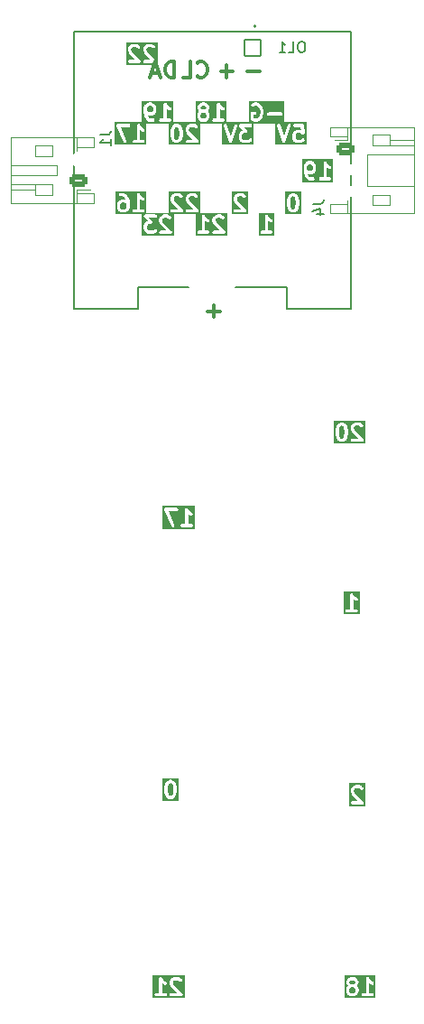
<source format=gbr>
%TF.GenerationSoftware,KiCad,Pcbnew,8.0.7*%
%TF.CreationDate,2025-04-08T15:01:58+09:00*%
%TF.ProjectId,Choc2,43686f63-322e-46b6-9963-61645f706362,rev?*%
%TF.SameCoordinates,Original*%
%TF.FileFunction,Legend,Bot*%
%TF.FilePolarity,Positive*%
%FSLAX46Y46*%
G04 Gerber Fmt 4.6, Leading zero omitted, Abs format (unit mm)*
G04 Created by KiCad (PCBNEW 8.0.7) date 2025-04-08 15:01:58*
%MOMM*%
%LPD*%
G01*
G04 APERTURE LIST*
G04 Aperture macros list*
%AMRoundRect*
0 Rectangle with rounded corners*
0 $1 Rounding radius*
0 $2 $3 $4 $5 $6 $7 $8 $9 X,Y pos of 4 corners*
0 Add a 4 corners polygon primitive as box body*
4,1,4,$2,$3,$4,$5,$6,$7,$8,$9,$2,$3,0*
0 Add four circle primitives for the rounded corners*
1,1,$1+$1,$2,$3*
1,1,$1+$1,$4,$5*
1,1,$1+$1,$6,$7*
1,1,$1+$1,$8,$9*
0 Add four rect primitives between the rounded corners*
20,1,$1+$1,$2,$3,$4,$5,0*
20,1,$1+$1,$4,$5,$6,$7,0*
20,1,$1+$1,$6,$7,$8,$9,0*
20,1,$1+$1,$8,$9,$2,$3,0*%
G04 Aperture macros list end*
%ADD10C,0.300000*%
%ADD11C,0.150000*%
%ADD12C,0.120000*%
%ADD13C,0.127000*%
%ADD14C,0.200000*%
%ADD15C,3.200000*%
%ADD16O,4.344000X2.274000*%
%ADD17O,0.300000X3.300000*%
%ADD18O,0.500000X3.300000*%
%ADD19O,1.500000X3.300000*%
%ADD20O,3.500000X0.300000*%
%ADD21C,1.800000*%
%ADD22C,1.000000*%
%ADD23C,4.800000*%
%ADD24C,3.000000*%
%ADD25RoundRect,0.250000X-0.625000X0.350000X-0.625000X-0.350000X0.625000X-0.350000X0.625000X0.350000X0*%
%ADD26O,1.750000X1.200000*%
%ADD27RoundRect,0.250000X0.625000X-0.350000X0.625000X0.350000X-0.625000X0.350000X-0.625000X-0.350000X0*%
%ADD28RoundRect,0.102000X0.754000X0.754000X-0.754000X0.754000X-0.754000X-0.754000X0.754000X-0.754000X0*%
%ADD29C,1.712000*%
%ADD30C,3.204000*%
G04 APERTURE END LIST*
D10*
G36*
X77713778Y-66495535D02*
G01*
X77750782Y-66532539D01*
X77803961Y-66638898D01*
X77866917Y-66890720D01*
X77866917Y-67210936D01*
X77803961Y-67462757D01*
X77750781Y-67569117D01*
X77713778Y-67606121D01*
X77624365Y-67650828D01*
X77552327Y-67650828D01*
X77462914Y-67606122D01*
X77425910Y-67569118D01*
X77372730Y-67462758D01*
X77309774Y-67210934D01*
X77309774Y-66890721D01*
X77372730Y-66638897D01*
X77425910Y-66532538D01*
X77462914Y-66495534D01*
X77552327Y-66450828D01*
X77624364Y-66450828D01*
X77713778Y-66495535D01*
G37*
G36*
X78333584Y-68117495D02*
G01*
X76843107Y-68117495D01*
X76843107Y-66872257D01*
X77009774Y-66872257D01*
X77009774Y-67229400D01*
X77010276Y-67234503D01*
X77009951Y-67236691D01*
X77011570Y-67247642D01*
X77012656Y-67258664D01*
X77013502Y-67260708D01*
X77014253Y-67265781D01*
X77085682Y-67551494D01*
X77086453Y-67553652D01*
X77086530Y-67554733D01*
X77091188Y-67566907D01*
X77095575Y-67579185D01*
X77096219Y-67580055D01*
X77097039Y-67582196D01*
X77168468Y-67725053D01*
X77176396Y-67737648D01*
X77177911Y-67741305D01*
X77181290Y-67745422D01*
X77184133Y-67749939D01*
X77187127Y-67752536D01*
X77196565Y-67764036D01*
X77267993Y-67835465D01*
X77279498Y-67844907D01*
X77282093Y-67847899D01*
X77286603Y-67850738D01*
X77290724Y-67854120D01*
X77294383Y-67855635D01*
X77306978Y-67863564D01*
X77449836Y-67934992D01*
X77477299Y-67945502D01*
X77482674Y-67945883D01*
X77487653Y-67947946D01*
X77516917Y-67950828D01*
X77659774Y-67950828D01*
X77689038Y-67947946D01*
X77694016Y-67945883D01*
X77699392Y-67945502D01*
X77726855Y-67934992D01*
X77869714Y-67863564D01*
X77882308Y-67855635D01*
X77885968Y-67854120D01*
X77890088Y-67850738D01*
X77894599Y-67847899D01*
X77897193Y-67844907D01*
X77908699Y-67835465D01*
X77980127Y-67764036D01*
X77989565Y-67752535D01*
X77992559Y-67749939D01*
X77995399Y-67745426D01*
X77998781Y-67741306D01*
X78000296Y-67737646D01*
X78008224Y-67725053D01*
X78079653Y-67582197D01*
X78080472Y-67580054D01*
X78081117Y-67579185D01*
X78085501Y-67566913D01*
X78090162Y-67554733D01*
X78090238Y-67553652D01*
X78091010Y-67551494D01*
X78162438Y-67265780D01*
X78163187Y-67260708D01*
X78164035Y-67258664D01*
X78165120Y-67247641D01*
X78166740Y-67236691D01*
X78166414Y-67234503D01*
X78166917Y-67229400D01*
X78166917Y-66872257D01*
X78166414Y-66867153D01*
X78166740Y-66864966D01*
X78165120Y-66854015D01*
X78164035Y-66842993D01*
X78163187Y-66840948D01*
X78162438Y-66835877D01*
X78091010Y-66550162D01*
X78090238Y-66548003D01*
X78090162Y-66546923D01*
X78085501Y-66534742D01*
X78081117Y-66522471D01*
X78080472Y-66521601D01*
X78079653Y-66519459D01*
X78008224Y-66376603D01*
X78000297Y-66364011D01*
X77998781Y-66360349D01*
X77995397Y-66356226D01*
X77992559Y-66351717D01*
X77989566Y-66349121D01*
X77980126Y-66337619D01*
X77908698Y-66266191D01*
X77897196Y-66256751D01*
X77894600Y-66253758D01*
X77890086Y-66250917D01*
X77885967Y-66247536D01*
X77882307Y-66246020D01*
X77869714Y-66238093D01*
X77726856Y-66166664D01*
X77699393Y-66156154D01*
X77694015Y-66155771D01*
X77689038Y-66153710D01*
X77659774Y-66150828D01*
X77516917Y-66150828D01*
X77487653Y-66153710D01*
X77482672Y-66155773D01*
X77477298Y-66156155D01*
X77449834Y-66166664D01*
X77306978Y-66238093D01*
X77294386Y-66246019D01*
X77290724Y-66247536D01*
X77286601Y-66250919D01*
X77282092Y-66253758D01*
X77279496Y-66256750D01*
X77267994Y-66266191D01*
X77196566Y-66337619D01*
X77187126Y-66349120D01*
X77184133Y-66351717D01*
X77181292Y-66356230D01*
X77177911Y-66360350D01*
X77176395Y-66364009D01*
X77168468Y-66376603D01*
X77097039Y-66519460D01*
X77096219Y-66521600D01*
X77095575Y-66522471D01*
X77091188Y-66534748D01*
X77086530Y-66546923D01*
X77086453Y-66548003D01*
X77085682Y-66550162D01*
X77014253Y-66835877D01*
X77013503Y-66840948D01*
X77012656Y-66842993D01*
X77011570Y-66854015D01*
X77009951Y-66864966D01*
X77010276Y-66867153D01*
X77009774Y-66872257D01*
X76843107Y-66872257D01*
X76843107Y-65984161D01*
X78333584Y-65984161D01*
X78333584Y-68117495D01*
G37*
X66445489Y-55300828D02*
X66445489Y-53800828D01*
X66445489Y-53800828D02*
X66088346Y-53800828D01*
X66088346Y-53800828D02*
X65874060Y-53872257D01*
X65874060Y-53872257D02*
X65731203Y-54015114D01*
X65731203Y-54015114D02*
X65659774Y-54157971D01*
X65659774Y-54157971D02*
X65588346Y-54443685D01*
X65588346Y-54443685D02*
X65588346Y-54657971D01*
X65588346Y-54657971D02*
X65659774Y-54943685D01*
X65659774Y-54943685D02*
X65731203Y-55086542D01*
X65731203Y-55086542D02*
X65874060Y-55229400D01*
X65874060Y-55229400D02*
X66088346Y-55300828D01*
X66088346Y-55300828D02*
X66445489Y-55300828D01*
X65016917Y-54872257D02*
X64302632Y-54872257D01*
X65159774Y-55300828D02*
X64659774Y-53800828D01*
X64659774Y-53800828D02*
X64159774Y-55300828D01*
G36*
X75832406Y-70117495D02*
G01*
X74345989Y-70117495D01*
X74345989Y-69771564D01*
X74512656Y-69771564D01*
X74512656Y-69830092D01*
X74535054Y-69884164D01*
X74576438Y-69925548D01*
X74630510Y-69947946D01*
X74659774Y-69950828D01*
X75516917Y-69950828D01*
X75546181Y-69947946D01*
X75600253Y-69925548D01*
X75641637Y-69884164D01*
X75664035Y-69830092D01*
X75664035Y-69771564D01*
X75641637Y-69717492D01*
X75600253Y-69676108D01*
X75546181Y-69653710D01*
X75516917Y-69650828D01*
X75238346Y-69650828D01*
X75238346Y-68734389D01*
X75267994Y-68764037D01*
X75279496Y-68773477D01*
X75282092Y-68776470D01*
X75286601Y-68779308D01*
X75290724Y-68782692D01*
X75294386Y-68784208D01*
X75306978Y-68792135D01*
X75449834Y-68863564D01*
X75477298Y-68874073D01*
X75535678Y-68878222D01*
X75591200Y-68859715D01*
X75635416Y-68821368D01*
X75661590Y-68769019D01*
X75665739Y-68710639D01*
X75647231Y-68655116D01*
X75608885Y-68610901D01*
X75583999Y-68595236D01*
X75462914Y-68534693D01*
X75347773Y-68419552D01*
X75213154Y-68217623D01*
X75213085Y-68217539D01*
X75213066Y-68217492D01*
X75212959Y-68217385D01*
X75194523Y-68194873D01*
X75182183Y-68186609D01*
X75171682Y-68176108D01*
X75158104Y-68170483D01*
X75145893Y-68162306D01*
X75131330Y-68159393D01*
X75117610Y-68153710D01*
X75102914Y-68153710D01*
X75088504Y-68150828D01*
X75073935Y-68153710D01*
X75059082Y-68153710D01*
X75045503Y-68159334D01*
X75031089Y-68162186D01*
X75018731Y-68170424D01*
X75005010Y-68176108D01*
X74994618Y-68186499D01*
X74982391Y-68194651D01*
X74974127Y-68206990D01*
X74963626Y-68217492D01*
X74958001Y-68231069D01*
X74949824Y-68243281D01*
X74946911Y-68257843D01*
X74941228Y-68271564D01*
X74938376Y-68300516D01*
X74938346Y-68300670D01*
X74938356Y-68300722D01*
X74938346Y-68300828D01*
X74938346Y-69650828D01*
X74659774Y-69650828D01*
X74630510Y-69653710D01*
X74576438Y-69676108D01*
X74535054Y-69717492D01*
X74512656Y-69771564D01*
X74345989Y-69771564D01*
X74345989Y-67984161D01*
X75832406Y-67984161D01*
X75832406Y-70117495D01*
G37*
G36*
X64902131Y-54117495D02*
G01*
X61914536Y-54117495D01*
X61914536Y-52586542D01*
X62081203Y-52586542D01*
X62081203Y-52729400D01*
X62082661Y-52744211D01*
X62082381Y-52748161D01*
X62083562Y-52753355D01*
X62084085Y-52758664D01*
X62085601Y-52762325D01*
X62088901Y-52776835D01*
X62160330Y-52991119D01*
X62172318Y-53017970D01*
X62175848Y-53022040D01*
X62177911Y-53027020D01*
X62196566Y-53049751D01*
X62797643Y-53650828D01*
X62231203Y-53650828D01*
X62201939Y-53653710D01*
X62147867Y-53676108D01*
X62106483Y-53717492D01*
X62084085Y-53771564D01*
X62084085Y-53830092D01*
X62106483Y-53884164D01*
X62147867Y-53925548D01*
X62201939Y-53947946D01*
X62231203Y-53950828D01*
X63159775Y-53950828D01*
X63189039Y-53947946D01*
X63211436Y-53938668D01*
X63243110Y-53925549D01*
X63284496Y-53884163D01*
X63306893Y-53830091D01*
X63306893Y-53771565D01*
X63284496Y-53717492D01*
X63265841Y-53694762D01*
X62433736Y-52862657D01*
X62381203Y-52705058D01*
X62381203Y-52621952D01*
X62425910Y-52532538D01*
X62462914Y-52495535D01*
X62552328Y-52450828D01*
X62838651Y-52450828D01*
X62928064Y-52495535D01*
X62982280Y-52549751D01*
X63005010Y-52568406D01*
X63059083Y-52590802D01*
X63117609Y-52590802D01*
X63127894Y-52586542D01*
X63509774Y-52586542D01*
X63509774Y-52729400D01*
X63511232Y-52744211D01*
X63510952Y-52748161D01*
X63512133Y-52753355D01*
X63512656Y-52758664D01*
X63514172Y-52762325D01*
X63517472Y-52776835D01*
X63588901Y-52991119D01*
X63600889Y-53017970D01*
X63604419Y-53022040D01*
X63606482Y-53027020D01*
X63625137Y-53049751D01*
X64226214Y-53650828D01*
X63659774Y-53650828D01*
X63630510Y-53653710D01*
X63576438Y-53676108D01*
X63535054Y-53717492D01*
X63512656Y-53771564D01*
X63512656Y-53830092D01*
X63535054Y-53884164D01*
X63576438Y-53925548D01*
X63630510Y-53947946D01*
X63659774Y-53950828D01*
X64588346Y-53950828D01*
X64617610Y-53947946D01*
X64640007Y-53938668D01*
X64671681Y-53925549D01*
X64713067Y-53884163D01*
X64735464Y-53830091D01*
X64735464Y-53771565D01*
X64713067Y-53717492D01*
X64694412Y-53694762D01*
X63862307Y-52862657D01*
X63809774Y-52705058D01*
X63809774Y-52621952D01*
X63854481Y-52532538D01*
X63891485Y-52495535D01*
X63980899Y-52450828D01*
X64267222Y-52450828D01*
X64356635Y-52495535D01*
X64410851Y-52549751D01*
X64433581Y-52568406D01*
X64487654Y-52590802D01*
X64546180Y-52590802D01*
X64600252Y-52568406D01*
X64641638Y-52527020D01*
X64664034Y-52472948D01*
X64664034Y-52414422D01*
X64641638Y-52360349D01*
X64622983Y-52337619D01*
X64551555Y-52266191D01*
X64540053Y-52256751D01*
X64537457Y-52253758D01*
X64532943Y-52250917D01*
X64528824Y-52247536D01*
X64525164Y-52246020D01*
X64512571Y-52238093D01*
X64369714Y-52166664D01*
X64342251Y-52156155D01*
X64336876Y-52155773D01*
X64331896Y-52153710D01*
X64302632Y-52150828D01*
X63945489Y-52150828D01*
X63916225Y-52153710D01*
X63911244Y-52155773D01*
X63905870Y-52156155D01*
X63878406Y-52166664D01*
X63735550Y-52238093D01*
X63722956Y-52246020D01*
X63719297Y-52247536D01*
X63715176Y-52250917D01*
X63710664Y-52253758D01*
X63708067Y-52256751D01*
X63696567Y-52266190D01*
X63625138Y-52337618D01*
X63615698Y-52349120D01*
X63612704Y-52351717D01*
X63609862Y-52356231D01*
X63606483Y-52360349D01*
X63604967Y-52364007D01*
X63597039Y-52376603D01*
X63525610Y-52519460D01*
X63515101Y-52546923D01*
X63514719Y-52552297D01*
X63512656Y-52557278D01*
X63509774Y-52586542D01*
X63127894Y-52586542D01*
X63171681Y-52568406D01*
X63213067Y-52527020D01*
X63235463Y-52472948D01*
X63235463Y-52414422D01*
X63213067Y-52360349D01*
X63194412Y-52337619D01*
X63122984Y-52266191D01*
X63111482Y-52256751D01*
X63108886Y-52253758D01*
X63104372Y-52250917D01*
X63100253Y-52247536D01*
X63096593Y-52246020D01*
X63084000Y-52238093D01*
X62941143Y-52166664D01*
X62913680Y-52156155D01*
X62908305Y-52155773D01*
X62903325Y-52153710D01*
X62874061Y-52150828D01*
X62516918Y-52150828D01*
X62487654Y-52153710D01*
X62482673Y-52155773D01*
X62477299Y-52156155D01*
X62449835Y-52166664D01*
X62306979Y-52238093D01*
X62294385Y-52246020D01*
X62290726Y-52247536D01*
X62286605Y-52250917D01*
X62282093Y-52253758D01*
X62279496Y-52256751D01*
X62267996Y-52266190D01*
X62196567Y-52337618D01*
X62187127Y-52349120D01*
X62184133Y-52351717D01*
X62181291Y-52356231D01*
X62177912Y-52360349D01*
X62176396Y-52364007D01*
X62168468Y-52376603D01*
X62097039Y-52519460D01*
X62086530Y-52546923D01*
X62086148Y-52552297D01*
X62084085Y-52557278D01*
X62081203Y-52586542D01*
X61914536Y-52586542D01*
X61914536Y-51984161D01*
X64902131Y-51984161D01*
X64902131Y-54117495D01*
G37*
G36*
X71402131Y-70117495D02*
G01*
X68417418Y-70117495D01*
X68417418Y-69771564D01*
X68584085Y-69771564D01*
X68584085Y-69830092D01*
X68606483Y-69884164D01*
X68647867Y-69925548D01*
X68701939Y-69947946D01*
X68731203Y-69950828D01*
X69588346Y-69950828D01*
X69617610Y-69947946D01*
X69671682Y-69925548D01*
X69713066Y-69884164D01*
X69735464Y-69830092D01*
X69735464Y-69771564D01*
X69713066Y-69717492D01*
X69671682Y-69676108D01*
X69617610Y-69653710D01*
X69588346Y-69650828D01*
X69309775Y-69650828D01*
X69309775Y-68734389D01*
X69339423Y-68764037D01*
X69350925Y-68773477D01*
X69353521Y-68776470D01*
X69358030Y-68779308D01*
X69362153Y-68782692D01*
X69365815Y-68784208D01*
X69378407Y-68792135D01*
X69521263Y-68863564D01*
X69548727Y-68874073D01*
X69607107Y-68878222D01*
X69662629Y-68859715D01*
X69706845Y-68821368D01*
X69733019Y-68769019D01*
X69737168Y-68710639D01*
X69718660Y-68655116D01*
X69680314Y-68610901D01*
X69655428Y-68595236D01*
X69638040Y-68586542D01*
X70009774Y-68586542D01*
X70009774Y-68729400D01*
X70011232Y-68744211D01*
X70010952Y-68748161D01*
X70012133Y-68753355D01*
X70012656Y-68758664D01*
X70014172Y-68762325D01*
X70017472Y-68776835D01*
X70088901Y-68991119D01*
X70100889Y-69017970D01*
X70104419Y-69022040D01*
X70106482Y-69027020D01*
X70125137Y-69049751D01*
X70726214Y-69650828D01*
X70159774Y-69650828D01*
X70130510Y-69653710D01*
X70076438Y-69676108D01*
X70035054Y-69717492D01*
X70012656Y-69771564D01*
X70012656Y-69830092D01*
X70035054Y-69884164D01*
X70076438Y-69925548D01*
X70130510Y-69947946D01*
X70159774Y-69950828D01*
X71088346Y-69950828D01*
X71117610Y-69947946D01*
X71140007Y-69938668D01*
X71171681Y-69925549D01*
X71213067Y-69884163D01*
X71235464Y-69830091D01*
X71235464Y-69771565D01*
X71213067Y-69717492D01*
X71194412Y-69694762D01*
X70362307Y-68862657D01*
X70309774Y-68705058D01*
X70309774Y-68621952D01*
X70354481Y-68532538D01*
X70391485Y-68495535D01*
X70480899Y-68450828D01*
X70767222Y-68450828D01*
X70856635Y-68495535D01*
X70910851Y-68549751D01*
X70933581Y-68568406D01*
X70987654Y-68590802D01*
X71046180Y-68590802D01*
X71100252Y-68568406D01*
X71141638Y-68527020D01*
X71164034Y-68472948D01*
X71164034Y-68414422D01*
X71141638Y-68360349D01*
X71122983Y-68337619D01*
X71051555Y-68266191D01*
X71040053Y-68256751D01*
X71037457Y-68253758D01*
X71032943Y-68250917D01*
X71028824Y-68247536D01*
X71025164Y-68246020D01*
X71012571Y-68238093D01*
X70869714Y-68166664D01*
X70842251Y-68156155D01*
X70836876Y-68155773D01*
X70831896Y-68153710D01*
X70802632Y-68150828D01*
X70445489Y-68150828D01*
X70416225Y-68153710D01*
X70411244Y-68155773D01*
X70405870Y-68156155D01*
X70378406Y-68166664D01*
X70235550Y-68238093D01*
X70222956Y-68246020D01*
X70219297Y-68247536D01*
X70215176Y-68250917D01*
X70210664Y-68253758D01*
X70208067Y-68256751D01*
X70196567Y-68266190D01*
X70125138Y-68337618D01*
X70115698Y-68349120D01*
X70112704Y-68351717D01*
X70109862Y-68356231D01*
X70106483Y-68360349D01*
X70104967Y-68364007D01*
X70097039Y-68376603D01*
X70025610Y-68519460D01*
X70015101Y-68546923D01*
X70014719Y-68552297D01*
X70012656Y-68557278D01*
X70009774Y-68586542D01*
X69638040Y-68586542D01*
X69534343Y-68534693D01*
X69419202Y-68419552D01*
X69284583Y-68217623D01*
X69284514Y-68217539D01*
X69284495Y-68217492D01*
X69284388Y-68217385D01*
X69265952Y-68194873D01*
X69253612Y-68186609D01*
X69243111Y-68176108D01*
X69229533Y-68170483D01*
X69217322Y-68162306D01*
X69202759Y-68159393D01*
X69189039Y-68153710D01*
X69174343Y-68153710D01*
X69159933Y-68150828D01*
X69145364Y-68153710D01*
X69130511Y-68153710D01*
X69116932Y-68159334D01*
X69102518Y-68162186D01*
X69090160Y-68170424D01*
X69076439Y-68176108D01*
X69066047Y-68186499D01*
X69053820Y-68194651D01*
X69045556Y-68206990D01*
X69035055Y-68217492D01*
X69029430Y-68231069D01*
X69021253Y-68243281D01*
X69018340Y-68257843D01*
X69012657Y-68271564D01*
X69009805Y-68300516D01*
X69009775Y-68300670D01*
X69009785Y-68300722D01*
X69009775Y-68300828D01*
X69009775Y-69650828D01*
X68731203Y-69650828D01*
X68701939Y-69653710D01*
X68647867Y-69676108D01*
X68606483Y-69717492D01*
X68584085Y-69771564D01*
X68417418Y-69771564D01*
X68417418Y-67984161D01*
X71402131Y-67984161D01*
X71402131Y-70117495D01*
G37*
G36*
X66402131Y-70117495D02*
G01*
X63414536Y-70117495D01*
X63414536Y-69157971D01*
X63581203Y-69157971D01*
X63581203Y-69515114D01*
X63584085Y-69544378D01*
X63586148Y-69549358D01*
X63586530Y-69554733D01*
X63597039Y-69582196D01*
X63668468Y-69725053D01*
X63676395Y-69737646D01*
X63677911Y-69741306D01*
X63681292Y-69745425D01*
X63684133Y-69749939D01*
X63687126Y-69752535D01*
X63696566Y-69764037D01*
X63767995Y-69835466D01*
X63779499Y-69844907D01*
X63782094Y-69847899D01*
X63786603Y-69850737D01*
X63790726Y-69854121D01*
X63794387Y-69855637D01*
X63806979Y-69863564D01*
X63949837Y-69934992D01*
X63977300Y-69945502D01*
X63982675Y-69945883D01*
X63987654Y-69947946D01*
X64016918Y-69950828D01*
X64445489Y-69950828D01*
X64474753Y-69947946D01*
X64479731Y-69945883D01*
X64485107Y-69945502D01*
X64512571Y-69934992D01*
X64655428Y-69863564D01*
X64668021Y-69855636D01*
X64671681Y-69854121D01*
X64675800Y-69850739D01*
X64680314Y-69847899D01*
X64682910Y-69844905D01*
X64694412Y-69835466D01*
X64765841Y-69764037D01*
X64784496Y-69741306D01*
X64806893Y-69687234D01*
X64806893Y-69628708D01*
X64784496Y-69574636D01*
X64743110Y-69533250D01*
X64689038Y-69510853D01*
X64630512Y-69510853D01*
X64576440Y-69533250D01*
X64553709Y-69551905D01*
X64499491Y-69606122D01*
X64410079Y-69650828D01*
X64052328Y-69650828D01*
X63962914Y-69606121D01*
X63925910Y-69569117D01*
X63881203Y-69479703D01*
X63881203Y-69193381D01*
X63925910Y-69103967D01*
X63962914Y-69066963D01*
X64052328Y-69022257D01*
X64231203Y-69022257D01*
X64246680Y-69020732D01*
X64250615Y-69020995D01*
X64253325Y-69020078D01*
X64260467Y-69019375D01*
X64282981Y-69010048D01*
X64306057Y-69002245D01*
X64309864Y-68998913D01*
X64314539Y-68996977D01*
X64331768Y-68979747D01*
X64350104Y-68963704D01*
X64352346Y-68959169D01*
X64355923Y-68955593D01*
X64365249Y-68933076D01*
X64376048Y-68911241D01*
X64376384Y-68906196D01*
X64378321Y-68901521D01*
X64378321Y-68877145D01*
X64379941Y-68852845D01*
X64378321Y-68848054D01*
X64378321Y-68842993D01*
X64368996Y-68820481D01*
X64361191Y-68797402D01*
X64357018Y-68791565D01*
X64355923Y-68788921D01*
X64353132Y-68786130D01*
X64344089Y-68773481D01*
X64180518Y-68586542D01*
X65009774Y-68586542D01*
X65009774Y-68729400D01*
X65011232Y-68744211D01*
X65010952Y-68748161D01*
X65012133Y-68753355D01*
X65012656Y-68758664D01*
X65014172Y-68762325D01*
X65017472Y-68776835D01*
X65088901Y-68991119D01*
X65100889Y-69017970D01*
X65104419Y-69022040D01*
X65106482Y-69027020D01*
X65125137Y-69049751D01*
X65726214Y-69650828D01*
X65159774Y-69650828D01*
X65130510Y-69653710D01*
X65076438Y-69676108D01*
X65035054Y-69717492D01*
X65012656Y-69771564D01*
X65012656Y-69830092D01*
X65035054Y-69884164D01*
X65076438Y-69925548D01*
X65130510Y-69947946D01*
X65159774Y-69950828D01*
X66088346Y-69950828D01*
X66117610Y-69947946D01*
X66148883Y-69934992D01*
X66171681Y-69925549D01*
X66213067Y-69884163D01*
X66235464Y-69830091D01*
X66235464Y-69771565D01*
X66213067Y-69717492D01*
X66194412Y-69694762D01*
X65362307Y-68862657D01*
X65309774Y-68705058D01*
X65309774Y-68621952D01*
X65354481Y-68532538D01*
X65391485Y-68495535D01*
X65480899Y-68450828D01*
X65767222Y-68450828D01*
X65856635Y-68495535D01*
X65910851Y-68549751D01*
X65933581Y-68568406D01*
X65987654Y-68590802D01*
X66046180Y-68590802D01*
X66100252Y-68568406D01*
X66141638Y-68527020D01*
X66164034Y-68472948D01*
X66164034Y-68414422D01*
X66141638Y-68360349D01*
X66122983Y-68337619D01*
X66051555Y-68266191D01*
X66040053Y-68256751D01*
X66037457Y-68253758D01*
X66032943Y-68250917D01*
X66028824Y-68247536D01*
X66025164Y-68246020D01*
X66012571Y-68238093D01*
X65869714Y-68166664D01*
X65842251Y-68156155D01*
X65836876Y-68155773D01*
X65831896Y-68153710D01*
X65802632Y-68150828D01*
X65445489Y-68150828D01*
X65416225Y-68153710D01*
X65411244Y-68155773D01*
X65405870Y-68156155D01*
X65378406Y-68166664D01*
X65235550Y-68238093D01*
X65222956Y-68246020D01*
X65219297Y-68247536D01*
X65215176Y-68250917D01*
X65210664Y-68253758D01*
X65208067Y-68256751D01*
X65196567Y-68266190D01*
X65125138Y-68337618D01*
X65115698Y-68349120D01*
X65112704Y-68351717D01*
X65109862Y-68356231D01*
X65106483Y-68360349D01*
X65104967Y-68364007D01*
X65097039Y-68376603D01*
X65025610Y-68519460D01*
X65015101Y-68546923D01*
X65014719Y-68552297D01*
X65012656Y-68557278D01*
X65009774Y-68586542D01*
X64180518Y-68586542D01*
X64061768Y-68450828D01*
X64659775Y-68450828D01*
X64689039Y-68447946D01*
X64743111Y-68425548D01*
X64784495Y-68384164D01*
X64806893Y-68330092D01*
X64806893Y-68271564D01*
X64784495Y-68217492D01*
X64743111Y-68176108D01*
X64689039Y-68153710D01*
X64659775Y-68150828D01*
X63731203Y-68150828D01*
X63715730Y-68152351D01*
X63711791Y-68152089D01*
X63709076Y-68153007D01*
X63701939Y-68153710D01*
X63679430Y-68163033D01*
X63656349Y-68170840D01*
X63652541Y-68174171D01*
X63647867Y-68176108D01*
X63630637Y-68193337D01*
X63612302Y-68209381D01*
X63610059Y-68213915D01*
X63606483Y-68217492D01*
X63597156Y-68240008D01*
X63586358Y-68261844D01*
X63586021Y-68266888D01*
X63584085Y-68271564D01*
X63584085Y-68295930D01*
X63582464Y-68320240D01*
X63584085Y-68325032D01*
X63584085Y-68330092D01*
X63593408Y-68352600D01*
X63601215Y-68375682D01*
X63605386Y-68381518D01*
X63606483Y-68384164D01*
X63609272Y-68386953D01*
X63618316Y-68399604D01*
X63925250Y-68750386D01*
X63806979Y-68809521D01*
X63794387Y-68817447D01*
X63790726Y-68818964D01*
X63786603Y-68822347D01*
X63782094Y-68825186D01*
X63779499Y-68828177D01*
X63767995Y-68837619D01*
X63696566Y-68909048D01*
X63687126Y-68920549D01*
X63684133Y-68923146D01*
X63681292Y-68927659D01*
X63677911Y-68931779D01*
X63676395Y-68935438D01*
X63668468Y-68948032D01*
X63597039Y-69090889D01*
X63586530Y-69118352D01*
X63586148Y-69123726D01*
X63584085Y-69128707D01*
X63581203Y-69157971D01*
X63414536Y-69157971D01*
X63414536Y-67984161D01*
X66402131Y-67984161D01*
X66402131Y-70117495D01*
G37*
G36*
X67402131Y-141617495D02*
G01*
X64417418Y-141617495D01*
X64417418Y-141271564D01*
X64584085Y-141271564D01*
X64584085Y-141330092D01*
X64606483Y-141384164D01*
X64647867Y-141425548D01*
X64701939Y-141447946D01*
X64731203Y-141450828D01*
X65588346Y-141450828D01*
X65617610Y-141447946D01*
X65671682Y-141425548D01*
X65713066Y-141384164D01*
X65735464Y-141330092D01*
X65735464Y-141271564D01*
X65713066Y-141217492D01*
X65671682Y-141176108D01*
X65617610Y-141153710D01*
X65588346Y-141150828D01*
X65309775Y-141150828D01*
X65309775Y-140234389D01*
X65339423Y-140264037D01*
X65350925Y-140273477D01*
X65353521Y-140276470D01*
X65358030Y-140279308D01*
X65362153Y-140282692D01*
X65365815Y-140284208D01*
X65378407Y-140292135D01*
X65521263Y-140363564D01*
X65548727Y-140374073D01*
X65607107Y-140378222D01*
X65662629Y-140359715D01*
X65706845Y-140321368D01*
X65733019Y-140269019D01*
X65737168Y-140210639D01*
X65718660Y-140155116D01*
X65680314Y-140110901D01*
X65655428Y-140095236D01*
X65638040Y-140086542D01*
X66009774Y-140086542D01*
X66009774Y-140229400D01*
X66011232Y-140244211D01*
X66010952Y-140248161D01*
X66012133Y-140253355D01*
X66012656Y-140258664D01*
X66014172Y-140262325D01*
X66017472Y-140276835D01*
X66088901Y-140491119D01*
X66100889Y-140517970D01*
X66104419Y-140522040D01*
X66106482Y-140527020D01*
X66125137Y-140549751D01*
X66726214Y-141150828D01*
X66159774Y-141150828D01*
X66130510Y-141153710D01*
X66076438Y-141176108D01*
X66035054Y-141217492D01*
X66012656Y-141271564D01*
X66012656Y-141330092D01*
X66035054Y-141384164D01*
X66076438Y-141425548D01*
X66130510Y-141447946D01*
X66159774Y-141450828D01*
X67088346Y-141450828D01*
X67117610Y-141447946D01*
X67140007Y-141438668D01*
X67171681Y-141425549D01*
X67213067Y-141384163D01*
X67235464Y-141330091D01*
X67235464Y-141271565D01*
X67213067Y-141217492D01*
X67194412Y-141194762D01*
X66362307Y-140362657D01*
X66309774Y-140205058D01*
X66309774Y-140121952D01*
X66354481Y-140032538D01*
X66391485Y-139995535D01*
X66480899Y-139950828D01*
X66767222Y-139950828D01*
X66856635Y-139995535D01*
X66910851Y-140049751D01*
X66933581Y-140068406D01*
X66987654Y-140090802D01*
X67046180Y-140090802D01*
X67100252Y-140068406D01*
X67141638Y-140027020D01*
X67164034Y-139972948D01*
X67164034Y-139914422D01*
X67141638Y-139860349D01*
X67122983Y-139837619D01*
X67051555Y-139766191D01*
X67040053Y-139756751D01*
X67037457Y-139753758D01*
X67032943Y-139750917D01*
X67028824Y-139747536D01*
X67025164Y-139746020D01*
X67012571Y-139738093D01*
X66869714Y-139666664D01*
X66842251Y-139656155D01*
X66836876Y-139655773D01*
X66831896Y-139653710D01*
X66802632Y-139650828D01*
X66445489Y-139650828D01*
X66416225Y-139653710D01*
X66411244Y-139655773D01*
X66405870Y-139656155D01*
X66378406Y-139666664D01*
X66235550Y-139738093D01*
X66222956Y-139746020D01*
X66219297Y-139747536D01*
X66215176Y-139750917D01*
X66210664Y-139753758D01*
X66208067Y-139756751D01*
X66196567Y-139766190D01*
X66125138Y-139837618D01*
X66115698Y-139849120D01*
X66112704Y-139851717D01*
X66109862Y-139856231D01*
X66106483Y-139860349D01*
X66104967Y-139864007D01*
X66097039Y-139876603D01*
X66025610Y-140019460D01*
X66015101Y-140046923D01*
X66014719Y-140052297D01*
X66012656Y-140057278D01*
X66009774Y-140086542D01*
X65638040Y-140086542D01*
X65534343Y-140034693D01*
X65419202Y-139919552D01*
X65284583Y-139717623D01*
X65284514Y-139717539D01*
X65284495Y-139717492D01*
X65284388Y-139717385D01*
X65265952Y-139694873D01*
X65253612Y-139686609D01*
X65243111Y-139676108D01*
X65229533Y-139670483D01*
X65217322Y-139662306D01*
X65202759Y-139659393D01*
X65189039Y-139653710D01*
X65174343Y-139653710D01*
X65159933Y-139650828D01*
X65145364Y-139653710D01*
X65130511Y-139653710D01*
X65116932Y-139659334D01*
X65102518Y-139662186D01*
X65090160Y-139670424D01*
X65076439Y-139676108D01*
X65066047Y-139686499D01*
X65053820Y-139694651D01*
X65045556Y-139706990D01*
X65035055Y-139717492D01*
X65029430Y-139731069D01*
X65021253Y-139743281D01*
X65018340Y-139757843D01*
X65012657Y-139771564D01*
X65009805Y-139800516D01*
X65009775Y-139800670D01*
X65009785Y-139800722D01*
X65009775Y-139800828D01*
X65009775Y-141150828D01*
X64731203Y-141150828D01*
X64701939Y-141153710D01*
X64647867Y-141176108D01*
X64606483Y-141217492D01*
X64584085Y-141271564D01*
X64417418Y-141271564D01*
X64417418Y-139484161D01*
X67402131Y-139484161D01*
X67402131Y-141617495D01*
G37*
G36*
X69356636Y-58638392D02*
G01*
X69393640Y-58675397D01*
X69438346Y-58764809D01*
X69438346Y-58979704D01*
X69393639Y-59069117D01*
X69356634Y-59106122D01*
X69267222Y-59150828D01*
X69052328Y-59150828D01*
X68962914Y-59106121D01*
X68925910Y-59069117D01*
X68881203Y-58979703D01*
X68881203Y-58764810D01*
X68925909Y-58675396D01*
X68962914Y-58638392D01*
X69052328Y-58593685D01*
X69267222Y-58593685D01*
X69356636Y-58638392D01*
G37*
G36*
X69356636Y-57995535D02*
G01*
X69393640Y-58032539D01*
X69438346Y-58121951D01*
X69438346Y-58122561D01*
X69393639Y-58211974D01*
X69356634Y-58248979D01*
X69267222Y-58293685D01*
X69052328Y-58293685D01*
X68962914Y-58248978D01*
X68925910Y-58211974D01*
X68881203Y-58122560D01*
X68881203Y-58121952D01*
X68925910Y-58032538D01*
X68962914Y-57995535D01*
X69052328Y-57950828D01*
X69267222Y-57950828D01*
X69356636Y-57995535D01*
G37*
G36*
X71332406Y-59617495D02*
G01*
X68414536Y-59617495D01*
X68414536Y-58086542D01*
X68581203Y-58086542D01*
X68581203Y-58157971D01*
X68584085Y-58187235D01*
X68586148Y-58192215D01*
X68586530Y-58197590D01*
X68597039Y-58225053D01*
X68668468Y-58367910D01*
X68676395Y-58380503D01*
X68677911Y-58384163D01*
X68681292Y-58388282D01*
X68684133Y-58392796D01*
X68687126Y-58395392D01*
X68696566Y-58406894D01*
X68733357Y-58443685D01*
X68696567Y-58480475D01*
X68687127Y-58491977D01*
X68684133Y-58494574D01*
X68681291Y-58499088D01*
X68677912Y-58503206D01*
X68676396Y-58506864D01*
X68668468Y-58519460D01*
X68597039Y-58662318D01*
X68586529Y-58689781D01*
X68586146Y-58695158D01*
X68584085Y-58700136D01*
X68581203Y-58729400D01*
X68581203Y-59015114D01*
X68584085Y-59044378D01*
X68586148Y-59049358D01*
X68586530Y-59054733D01*
X68597039Y-59082196D01*
X68668468Y-59225053D01*
X68676395Y-59237646D01*
X68677911Y-59241306D01*
X68681292Y-59245425D01*
X68684133Y-59249939D01*
X68687126Y-59252535D01*
X68696566Y-59264037D01*
X68767995Y-59335466D01*
X68779499Y-59344907D01*
X68782094Y-59347899D01*
X68786603Y-59350737D01*
X68790726Y-59354121D01*
X68794387Y-59355637D01*
X68806979Y-59363564D01*
X68949837Y-59434992D01*
X68977300Y-59445502D01*
X68982675Y-59445883D01*
X68987654Y-59447946D01*
X69016918Y-59450828D01*
X69302632Y-59450828D01*
X69331896Y-59447946D01*
X69336874Y-59445883D01*
X69342250Y-59445502D01*
X69369714Y-59434992D01*
X69512571Y-59363564D01*
X69525164Y-59355636D01*
X69528824Y-59354121D01*
X69532943Y-59350739D01*
X69537457Y-59347899D01*
X69540053Y-59344905D01*
X69551555Y-59335466D01*
X69615457Y-59271564D01*
X70012656Y-59271564D01*
X70012656Y-59330092D01*
X70035054Y-59384164D01*
X70076438Y-59425548D01*
X70130510Y-59447946D01*
X70159774Y-59450828D01*
X71016917Y-59450828D01*
X71046181Y-59447946D01*
X71100253Y-59425548D01*
X71141637Y-59384164D01*
X71164035Y-59330092D01*
X71164035Y-59271564D01*
X71141637Y-59217492D01*
X71100253Y-59176108D01*
X71046181Y-59153710D01*
X71016917Y-59150828D01*
X70738346Y-59150828D01*
X70738346Y-58234389D01*
X70767994Y-58264037D01*
X70779496Y-58273477D01*
X70782092Y-58276470D01*
X70786601Y-58279308D01*
X70790724Y-58282692D01*
X70794386Y-58284208D01*
X70806978Y-58292135D01*
X70949834Y-58363564D01*
X70977298Y-58374073D01*
X71035678Y-58378222D01*
X71091200Y-58359715D01*
X71135416Y-58321368D01*
X71161590Y-58269019D01*
X71165739Y-58210639D01*
X71147231Y-58155116D01*
X71108885Y-58110901D01*
X71083999Y-58095236D01*
X70962914Y-58034693D01*
X70847773Y-57919552D01*
X70713154Y-57717623D01*
X70713085Y-57717539D01*
X70713066Y-57717492D01*
X70712959Y-57717385D01*
X70694523Y-57694873D01*
X70682183Y-57686609D01*
X70671682Y-57676108D01*
X70658104Y-57670483D01*
X70645893Y-57662306D01*
X70631330Y-57659393D01*
X70617610Y-57653710D01*
X70602914Y-57653710D01*
X70588504Y-57650828D01*
X70573935Y-57653710D01*
X70559082Y-57653710D01*
X70545503Y-57659334D01*
X70531089Y-57662186D01*
X70518731Y-57670424D01*
X70505010Y-57676108D01*
X70494618Y-57686499D01*
X70482391Y-57694651D01*
X70474127Y-57706990D01*
X70463626Y-57717492D01*
X70458001Y-57731069D01*
X70449824Y-57743281D01*
X70446911Y-57757843D01*
X70441228Y-57771564D01*
X70438376Y-57800516D01*
X70438346Y-57800670D01*
X70438356Y-57800722D01*
X70438346Y-57800828D01*
X70438346Y-59150828D01*
X70159774Y-59150828D01*
X70130510Y-59153710D01*
X70076438Y-59176108D01*
X70035054Y-59217492D01*
X70012656Y-59271564D01*
X69615457Y-59271564D01*
X69622984Y-59264037D01*
X69632425Y-59252532D01*
X69635417Y-59249938D01*
X69638255Y-59245428D01*
X69641639Y-59241306D01*
X69643155Y-59237644D01*
X69651082Y-59225053D01*
X69722510Y-59082195D01*
X69733020Y-59054732D01*
X69733401Y-59049356D01*
X69735464Y-59044378D01*
X69738346Y-59015114D01*
X69738346Y-58729400D01*
X69735464Y-58700136D01*
X69733401Y-58695157D01*
X69733020Y-58689782D01*
X69722511Y-58662319D01*
X69651082Y-58519461D01*
X69643153Y-58506864D01*
X69641638Y-58503206D01*
X69638259Y-58499089D01*
X69635418Y-58494575D01*
X69632422Y-58491977D01*
X69622983Y-58480475D01*
X69586192Y-58443685D01*
X69622984Y-58406894D01*
X69632425Y-58395389D01*
X69635417Y-58392795D01*
X69638255Y-58388285D01*
X69641639Y-58384163D01*
X69643155Y-58380501D01*
X69651082Y-58367910D01*
X69722510Y-58225052D01*
X69733020Y-58197589D01*
X69733401Y-58192213D01*
X69735464Y-58187235D01*
X69738346Y-58157971D01*
X69738346Y-58086542D01*
X69735464Y-58057278D01*
X69733401Y-58052299D01*
X69733020Y-58046924D01*
X69722510Y-58019461D01*
X69651082Y-57876603D01*
X69643153Y-57864008D01*
X69641638Y-57860349D01*
X69638256Y-57856228D01*
X69635417Y-57851718D01*
X69632425Y-57849123D01*
X69622983Y-57837618D01*
X69551554Y-57766190D01*
X69540054Y-57756752D01*
X69537457Y-57753758D01*
X69532940Y-57750915D01*
X69528823Y-57747536D01*
X69525166Y-57746021D01*
X69512571Y-57738093D01*
X69369714Y-57666664D01*
X69342251Y-57656155D01*
X69336876Y-57655773D01*
X69331896Y-57653710D01*
X69302632Y-57650828D01*
X69016918Y-57650828D01*
X68987654Y-57653710D01*
X68982673Y-57655773D01*
X68977299Y-57656155D01*
X68949835Y-57666664D01*
X68806979Y-57738093D01*
X68794385Y-57746020D01*
X68790726Y-57747536D01*
X68786605Y-57750917D01*
X68782093Y-57753758D01*
X68779496Y-57756751D01*
X68767996Y-57766190D01*
X68696567Y-57837618D01*
X68687127Y-57849120D01*
X68684133Y-57851717D01*
X68681291Y-57856231D01*
X68677912Y-57860349D01*
X68676396Y-57864007D01*
X68668468Y-57876603D01*
X68597039Y-58019460D01*
X68586530Y-58046923D01*
X68586148Y-58052297D01*
X68584085Y-58057278D01*
X68581203Y-58086542D01*
X68414536Y-58086542D01*
X68414536Y-57484161D01*
X71332406Y-57484161D01*
X71332406Y-59617495D01*
G37*
G36*
X83832406Y-105617495D02*
G01*
X82345989Y-105617495D01*
X82345989Y-105271564D01*
X82512656Y-105271564D01*
X82512656Y-105330092D01*
X82535054Y-105384164D01*
X82576438Y-105425548D01*
X82630510Y-105447946D01*
X82659774Y-105450828D01*
X83516917Y-105450828D01*
X83546181Y-105447946D01*
X83600253Y-105425548D01*
X83641637Y-105384164D01*
X83664035Y-105330092D01*
X83664035Y-105271564D01*
X83641637Y-105217492D01*
X83600253Y-105176108D01*
X83546181Y-105153710D01*
X83516917Y-105150828D01*
X83238346Y-105150828D01*
X83238346Y-104234389D01*
X83267994Y-104264037D01*
X83279496Y-104273477D01*
X83282092Y-104276470D01*
X83286601Y-104279308D01*
X83290724Y-104282692D01*
X83294386Y-104284208D01*
X83306978Y-104292135D01*
X83449834Y-104363564D01*
X83477298Y-104374073D01*
X83535678Y-104378222D01*
X83591200Y-104359715D01*
X83635416Y-104321368D01*
X83661590Y-104269019D01*
X83665739Y-104210639D01*
X83647231Y-104155116D01*
X83608885Y-104110901D01*
X83583999Y-104095236D01*
X83462914Y-104034693D01*
X83347773Y-103919552D01*
X83213154Y-103717623D01*
X83213085Y-103717539D01*
X83213066Y-103717492D01*
X83212959Y-103717385D01*
X83194523Y-103694873D01*
X83182183Y-103686609D01*
X83171682Y-103676108D01*
X83158104Y-103670483D01*
X83145893Y-103662306D01*
X83131330Y-103659393D01*
X83117610Y-103653710D01*
X83102914Y-103653710D01*
X83088504Y-103650828D01*
X83073935Y-103653710D01*
X83059082Y-103653710D01*
X83045503Y-103659334D01*
X83031089Y-103662186D01*
X83018731Y-103670424D01*
X83005010Y-103676108D01*
X82994618Y-103686499D01*
X82982391Y-103694651D01*
X82974127Y-103706990D01*
X82963626Y-103717492D01*
X82958001Y-103731069D01*
X82949824Y-103743281D01*
X82946911Y-103757843D01*
X82941228Y-103771564D01*
X82938376Y-103800516D01*
X82938346Y-103800670D01*
X82938356Y-103800722D01*
X82938346Y-103800828D01*
X82938346Y-105150828D01*
X82659774Y-105150828D01*
X82630510Y-105153710D01*
X82576438Y-105176108D01*
X82535054Y-105217492D01*
X82512656Y-105271564D01*
X82345989Y-105271564D01*
X82345989Y-103484161D01*
X83832406Y-103484161D01*
X83832406Y-105617495D01*
G37*
X71945489Y-54729400D02*
X70802632Y-54729400D01*
X71374060Y-55300828D02*
X71374060Y-54157971D01*
G36*
X73902131Y-61617495D02*
G01*
X70915714Y-61617495D01*
X70915714Y-59819589D01*
X71082381Y-59819589D01*
X71088901Y-59848262D01*
X71588901Y-61348262D01*
X71600889Y-61375113D01*
X71607911Y-61383210D01*
X71612704Y-61392795D01*
X71626910Y-61405116D01*
X71639236Y-61419328D01*
X71648823Y-61424121D01*
X71656918Y-61431142D01*
X71674760Y-61437089D01*
X71691584Y-61445501D01*
X71702274Y-61446260D01*
X71712442Y-61449650D01*
X71731198Y-61448317D01*
X71749964Y-61449651D01*
X71760134Y-61446260D01*
X71770823Y-61445501D01*
X71787644Y-61437090D01*
X71805488Y-61431142D01*
X71813584Y-61424119D01*
X71823170Y-61419327D01*
X71835493Y-61405118D01*
X71849702Y-61392795D01*
X71854494Y-61383209D01*
X71861517Y-61375113D01*
X71873505Y-61348262D01*
X72103602Y-60657971D01*
X72509774Y-60657971D01*
X72509774Y-61015114D01*
X72512656Y-61044378D01*
X72514719Y-61049358D01*
X72515101Y-61054733D01*
X72525610Y-61082196D01*
X72597039Y-61225053D01*
X72604966Y-61237646D01*
X72606482Y-61241306D01*
X72609863Y-61245425D01*
X72612704Y-61249939D01*
X72615697Y-61252535D01*
X72625137Y-61264037D01*
X72696566Y-61335466D01*
X72708070Y-61344907D01*
X72710665Y-61347899D01*
X72715174Y-61350737D01*
X72719297Y-61354121D01*
X72722958Y-61355637D01*
X72735550Y-61363564D01*
X72878408Y-61434992D01*
X72905871Y-61445502D01*
X72911246Y-61445883D01*
X72916225Y-61447946D01*
X72945489Y-61450828D01*
X73374060Y-61450828D01*
X73403324Y-61447946D01*
X73408302Y-61445883D01*
X73413678Y-61445502D01*
X73441142Y-61434992D01*
X73583999Y-61363564D01*
X73596592Y-61355636D01*
X73600252Y-61354121D01*
X73604371Y-61350739D01*
X73608885Y-61347899D01*
X73611481Y-61344905D01*
X73622983Y-61335466D01*
X73694412Y-61264037D01*
X73713067Y-61241306D01*
X73735464Y-61187234D01*
X73735464Y-61128708D01*
X73713067Y-61074636D01*
X73671681Y-61033250D01*
X73617609Y-61010853D01*
X73559083Y-61010853D01*
X73505011Y-61033250D01*
X73482280Y-61051905D01*
X73428062Y-61106122D01*
X73338650Y-61150828D01*
X72980899Y-61150828D01*
X72891485Y-61106121D01*
X72854481Y-61069117D01*
X72809774Y-60979703D01*
X72809774Y-60693381D01*
X72854481Y-60603967D01*
X72891485Y-60566963D01*
X72980899Y-60522257D01*
X73159774Y-60522257D01*
X73175251Y-60520732D01*
X73179186Y-60520995D01*
X73181896Y-60520078D01*
X73189038Y-60519375D01*
X73211552Y-60510048D01*
X73234628Y-60502245D01*
X73238435Y-60498913D01*
X73243110Y-60496977D01*
X73260339Y-60479747D01*
X73278675Y-60463704D01*
X73280917Y-60459169D01*
X73284494Y-60455593D01*
X73293820Y-60433076D01*
X73304619Y-60411241D01*
X73304955Y-60406196D01*
X73306892Y-60401521D01*
X73306892Y-60377145D01*
X73308512Y-60352845D01*
X73306892Y-60348054D01*
X73306892Y-60342993D01*
X73297567Y-60320481D01*
X73289762Y-60297402D01*
X73285589Y-60291565D01*
X73284494Y-60288921D01*
X73281703Y-60286130D01*
X73272660Y-60273481D01*
X72990339Y-59950828D01*
X73588346Y-59950828D01*
X73617610Y-59947946D01*
X73671682Y-59925548D01*
X73713066Y-59884164D01*
X73735464Y-59830092D01*
X73735464Y-59771564D01*
X73713066Y-59717492D01*
X73671682Y-59676108D01*
X73617610Y-59653710D01*
X73588346Y-59650828D01*
X72659774Y-59650828D01*
X72644301Y-59652351D01*
X72640362Y-59652089D01*
X72637647Y-59653007D01*
X72630510Y-59653710D01*
X72608001Y-59663033D01*
X72584920Y-59670840D01*
X72581112Y-59674171D01*
X72576438Y-59676108D01*
X72559208Y-59693337D01*
X72540873Y-59709381D01*
X72538630Y-59713915D01*
X72535054Y-59717492D01*
X72525727Y-59740008D01*
X72514929Y-59761844D01*
X72514592Y-59766888D01*
X72512656Y-59771564D01*
X72512656Y-59795930D01*
X72511035Y-59820240D01*
X72512656Y-59825032D01*
X72512656Y-59830092D01*
X72521979Y-59852600D01*
X72529786Y-59875682D01*
X72533957Y-59881518D01*
X72535054Y-59884164D01*
X72537843Y-59886953D01*
X72546887Y-59899604D01*
X72853821Y-60250386D01*
X72735550Y-60309521D01*
X72722958Y-60317447D01*
X72719297Y-60318964D01*
X72715174Y-60322347D01*
X72710665Y-60325186D01*
X72708070Y-60328177D01*
X72696566Y-60337619D01*
X72625137Y-60409048D01*
X72615697Y-60420549D01*
X72612704Y-60423146D01*
X72609863Y-60427659D01*
X72606482Y-60431779D01*
X72604966Y-60435438D01*
X72597039Y-60448032D01*
X72525610Y-60590889D01*
X72515101Y-60618352D01*
X72514719Y-60623726D01*
X72512656Y-60628707D01*
X72509774Y-60657971D01*
X72103602Y-60657971D01*
X72373506Y-59848262D01*
X72380026Y-59819588D01*
X72375876Y-59761208D01*
X72349702Y-59708861D01*
X72305488Y-59670514D01*
X72249964Y-59652005D01*
X72191584Y-59656155D01*
X72139236Y-59682328D01*
X72100889Y-59726543D01*
X72088901Y-59753394D01*
X71731203Y-60826486D01*
X71373505Y-59753394D01*
X71361517Y-59726543D01*
X71323170Y-59682329D01*
X71270823Y-59656155D01*
X71212442Y-59652006D01*
X71156918Y-59670514D01*
X71112704Y-59708861D01*
X71086530Y-59761208D01*
X71082381Y-59819589D01*
X70915714Y-59819589D01*
X70915714Y-59484161D01*
X73902131Y-59484161D01*
X73902131Y-61617495D01*
G37*
G36*
X83356636Y-140638392D02*
G01*
X83393640Y-140675397D01*
X83438346Y-140764809D01*
X83438346Y-140979704D01*
X83393639Y-141069117D01*
X83356634Y-141106122D01*
X83267222Y-141150828D01*
X83052328Y-141150828D01*
X82962914Y-141106121D01*
X82925910Y-141069117D01*
X82881203Y-140979703D01*
X82881203Y-140764810D01*
X82925909Y-140675396D01*
X82962914Y-140638392D01*
X83052328Y-140593685D01*
X83267222Y-140593685D01*
X83356636Y-140638392D01*
G37*
G36*
X83356636Y-139995535D02*
G01*
X83393640Y-140032539D01*
X83438346Y-140121951D01*
X83438346Y-140122561D01*
X83393639Y-140211974D01*
X83356634Y-140248979D01*
X83267222Y-140293685D01*
X83052328Y-140293685D01*
X82962914Y-140248978D01*
X82925910Y-140211974D01*
X82881203Y-140122560D01*
X82881203Y-140121952D01*
X82925910Y-140032538D01*
X82962914Y-139995535D01*
X83052328Y-139950828D01*
X83267222Y-139950828D01*
X83356636Y-139995535D01*
G37*
G36*
X85332406Y-141617495D02*
G01*
X82414536Y-141617495D01*
X82414536Y-140086542D01*
X82581203Y-140086542D01*
X82581203Y-140157971D01*
X82584085Y-140187235D01*
X82586148Y-140192215D01*
X82586530Y-140197590D01*
X82597039Y-140225053D01*
X82668468Y-140367910D01*
X82676395Y-140380503D01*
X82677911Y-140384163D01*
X82681292Y-140388282D01*
X82684133Y-140392796D01*
X82687126Y-140395392D01*
X82696566Y-140406894D01*
X82733357Y-140443685D01*
X82696567Y-140480475D01*
X82687127Y-140491977D01*
X82684133Y-140494574D01*
X82681291Y-140499088D01*
X82677912Y-140503206D01*
X82676396Y-140506864D01*
X82668468Y-140519460D01*
X82597039Y-140662318D01*
X82586529Y-140689781D01*
X82586146Y-140695158D01*
X82584085Y-140700136D01*
X82581203Y-140729400D01*
X82581203Y-141015114D01*
X82584085Y-141044378D01*
X82586148Y-141049358D01*
X82586530Y-141054733D01*
X82597039Y-141082196D01*
X82668468Y-141225053D01*
X82676395Y-141237646D01*
X82677911Y-141241306D01*
X82681292Y-141245425D01*
X82684133Y-141249939D01*
X82687126Y-141252535D01*
X82696566Y-141264037D01*
X82767995Y-141335466D01*
X82779499Y-141344907D01*
X82782094Y-141347899D01*
X82786603Y-141350737D01*
X82790726Y-141354121D01*
X82794387Y-141355637D01*
X82806979Y-141363564D01*
X82949837Y-141434992D01*
X82977300Y-141445502D01*
X82982675Y-141445883D01*
X82987654Y-141447946D01*
X83016918Y-141450828D01*
X83302632Y-141450828D01*
X83331896Y-141447946D01*
X83336874Y-141445883D01*
X83342250Y-141445502D01*
X83369714Y-141434992D01*
X83512571Y-141363564D01*
X83525164Y-141355636D01*
X83528824Y-141354121D01*
X83532943Y-141350739D01*
X83537457Y-141347899D01*
X83540053Y-141344905D01*
X83551555Y-141335466D01*
X83615457Y-141271564D01*
X84012656Y-141271564D01*
X84012656Y-141330092D01*
X84035054Y-141384164D01*
X84076438Y-141425548D01*
X84130510Y-141447946D01*
X84159774Y-141450828D01*
X85016917Y-141450828D01*
X85046181Y-141447946D01*
X85100253Y-141425548D01*
X85141637Y-141384164D01*
X85164035Y-141330092D01*
X85164035Y-141271564D01*
X85141637Y-141217492D01*
X85100253Y-141176108D01*
X85046181Y-141153710D01*
X85016917Y-141150828D01*
X84738346Y-141150828D01*
X84738346Y-140234389D01*
X84767994Y-140264037D01*
X84779496Y-140273477D01*
X84782092Y-140276470D01*
X84786601Y-140279308D01*
X84790724Y-140282692D01*
X84794386Y-140284208D01*
X84806978Y-140292135D01*
X84949834Y-140363564D01*
X84977298Y-140374073D01*
X85035678Y-140378222D01*
X85091200Y-140359715D01*
X85135416Y-140321368D01*
X85161590Y-140269019D01*
X85165739Y-140210639D01*
X85147231Y-140155116D01*
X85108885Y-140110901D01*
X85083999Y-140095236D01*
X84962914Y-140034693D01*
X84847773Y-139919552D01*
X84713154Y-139717623D01*
X84713085Y-139717539D01*
X84713066Y-139717492D01*
X84712959Y-139717385D01*
X84694523Y-139694873D01*
X84682183Y-139686609D01*
X84671682Y-139676108D01*
X84658104Y-139670483D01*
X84645893Y-139662306D01*
X84631330Y-139659393D01*
X84617610Y-139653710D01*
X84602914Y-139653710D01*
X84588504Y-139650828D01*
X84573935Y-139653710D01*
X84559082Y-139653710D01*
X84545503Y-139659334D01*
X84531089Y-139662186D01*
X84518731Y-139670424D01*
X84505010Y-139676108D01*
X84494618Y-139686499D01*
X84482391Y-139694651D01*
X84474127Y-139706990D01*
X84463626Y-139717492D01*
X84458001Y-139731069D01*
X84449824Y-139743281D01*
X84446911Y-139757843D01*
X84441228Y-139771564D01*
X84438376Y-139800516D01*
X84438346Y-139800670D01*
X84438356Y-139800722D01*
X84438346Y-139800828D01*
X84438346Y-141150828D01*
X84159774Y-141150828D01*
X84130510Y-141153710D01*
X84076438Y-141176108D01*
X84035054Y-141217492D01*
X84012656Y-141271564D01*
X83615457Y-141271564D01*
X83622984Y-141264037D01*
X83632425Y-141252532D01*
X83635417Y-141249938D01*
X83638255Y-141245428D01*
X83641639Y-141241306D01*
X83643155Y-141237644D01*
X83651082Y-141225053D01*
X83722510Y-141082195D01*
X83733020Y-141054732D01*
X83733401Y-141049356D01*
X83735464Y-141044378D01*
X83738346Y-141015114D01*
X83738346Y-140729400D01*
X83735464Y-140700136D01*
X83733401Y-140695157D01*
X83733020Y-140689782D01*
X83722511Y-140662319D01*
X83651082Y-140519461D01*
X83643153Y-140506864D01*
X83641638Y-140503206D01*
X83638259Y-140499089D01*
X83635418Y-140494575D01*
X83632422Y-140491977D01*
X83622983Y-140480475D01*
X83586192Y-140443685D01*
X83622984Y-140406894D01*
X83632425Y-140395389D01*
X83635417Y-140392795D01*
X83638255Y-140388285D01*
X83641639Y-140384163D01*
X83643155Y-140380501D01*
X83651082Y-140367910D01*
X83722510Y-140225052D01*
X83733020Y-140197589D01*
X83733401Y-140192213D01*
X83735464Y-140187235D01*
X83738346Y-140157971D01*
X83738346Y-140086542D01*
X83735464Y-140057278D01*
X83733401Y-140052299D01*
X83733020Y-140046924D01*
X83722510Y-140019461D01*
X83651082Y-139876603D01*
X83643153Y-139864008D01*
X83641638Y-139860349D01*
X83638256Y-139856228D01*
X83635417Y-139851718D01*
X83632425Y-139849123D01*
X83622983Y-139837618D01*
X83551554Y-139766190D01*
X83540054Y-139756752D01*
X83537457Y-139753758D01*
X83532940Y-139750915D01*
X83528823Y-139747536D01*
X83525166Y-139746021D01*
X83512571Y-139738093D01*
X83369714Y-139666664D01*
X83342251Y-139656155D01*
X83336876Y-139655773D01*
X83331896Y-139653710D01*
X83302632Y-139650828D01*
X83016918Y-139650828D01*
X82987654Y-139653710D01*
X82982673Y-139655773D01*
X82977299Y-139656155D01*
X82949835Y-139666664D01*
X82806979Y-139738093D01*
X82794385Y-139746020D01*
X82790726Y-139747536D01*
X82786605Y-139750917D01*
X82782093Y-139753758D01*
X82779496Y-139756751D01*
X82767996Y-139766190D01*
X82696567Y-139837618D01*
X82687127Y-139849120D01*
X82684133Y-139851717D01*
X82681291Y-139856231D01*
X82677912Y-139860349D01*
X82676396Y-139864007D01*
X82668468Y-139876603D01*
X82597039Y-140019460D01*
X82586530Y-140046923D01*
X82586148Y-140052297D01*
X82584085Y-140057278D01*
X82581203Y-140086542D01*
X82414536Y-140086542D01*
X82414536Y-139484161D01*
X85332406Y-139484161D01*
X85332406Y-141617495D01*
G37*
G36*
X84402131Y-123617495D02*
G01*
X82843107Y-123617495D01*
X82843107Y-122086542D01*
X83009774Y-122086542D01*
X83009774Y-122229400D01*
X83011232Y-122244211D01*
X83010952Y-122248161D01*
X83012133Y-122253355D01*
X83012656Y-122258664D01*
X83014172Y-122262325D01*
X83017472Y-122276835D01*
X83088901Y-122491119D01*
X83100889Y-122517970D01*
X83104419Y-122522040D01*
X83106482Y-122527020D01*
X83125137Y-122549751D01*
X83726214Y-123150828D01*
X83159774Y-123150828D01*
X83130510Y-123153710D01*
X83076438Y-123176108D01*
X83035054Y-123217492D01*
X83012656Y-123271564D01*
X83012656Y-123330092D01*
X83035054Y-123384164D01*
X83076438Y-123425548D01*
X83130510Y-123447946D01*
X83159774Y-123450828D01*
X84088346Y-123450828D01*
X84117610Y-123447946D01*
X84140007Y-123438668D01*
X84171681Y-123425549D01*
X84213067Y-123384163D01*
X84235464Y-123330091D01*
X84235464Y-123271565D01*
X84213067Y-123217492D01*
X84194412Y-123194762D01*
X83362307Y-122362657D01*
X83309774Y-122205058D01*
X83309774Y-122121952D01*
X83354481Y-122032538D01*
X83391485Y-121995535D01*
X83480899Y-121950828D01*
X83767222Y-121950828D01*
X83856635Y-121995535D01*
X83910851Y-122049751D01*
X83933581Y-122068406D01*
X83987654Y-122090802D01*
X84046180Y-122090802D01*
X84100252Y-122068406D01*
X84141638Y-122027020D01*
X84164034Y-121972948D01*
X84164034Y-121914422D01*
X84141638Y-121860349D01*
X84122983Y-121837619D01*
X84051555Y-121766191D01*
X84040053Y-121756751D01*
X84037457Y-121753758D01*
X84032943Y-121750917D01*
X84028824Y-121747536D01*
X84025164Y-121746020D01*
X84012571Y-121738093D01*
X83869714Y-121666664D01*
X83842251Y-121656155D01*
X83836876Y-121655773D01*
X83831896Y-121653710D01*
X83802632Y-121650828D01*
X83445489Y-121650828D01*
X83416225Y-121653710D01*
X83411244Y-121655773D01*
X83405870Y-121656155D01*
X83378406Y-121666664D01*
X83235550Y-121738093D01*
X83222956Y-121746020D01*
X83219297Y-121747536D01*
X83215176Y-121750917D01*
X83210664Y-121753758D01*
X83208067Y-121756751D01*
X83196567Y-121766190D01*
X83125138Y-121837618D01*
X83115698Y-121849120D01*
X83112704Y-121851717D01*
X83109862Y-121856231D01*
X83106483Y-121860349D01*
X83104967Y-121864007D01*
X83097039Y-121876603D01*
X83025610Y-122019460D01*
X83015101Y-122046923D01*
X83014719Y-122052297D01*
X83012656Y-122057278D01*
X83009774Y-122086542D01*
X82843107Y-122086542D01*
X82843107Y-121484161D01*
X84402131Y-121484161D01*
X84402131Y-123617495D01*
G37*
G36*
X73402131Y-68117495D02*
G01*
X71843107Y-68117495D01*
X71843107Y-66586542D01*
X72009774Y-66586542D01*
X72009774Y-66729400D01*
X72011232Y-66744211D01*
X72010952Y-66748161D01*
X72012133Y-66753355D01*
X72012656Y-66758664D01*
X72014172Y-66762325D01*
X72017472Y-66776835D01*
X72088901Y-66991119D01*
X72100889Y-67017970D01*
X72104419Y-67022040D01*
X72106482Y-67027020D01*
X72125137Y-67049751D01*
X72726214Y-67650828D01*
X72159774Y-67650828D01*
X72130510Y-67653710D01*
X72076438Y-67676108D01*
X72035054Y-67717492D01*
X72012656Y-67771564D01*
X72012656Y-67830092D01*
X72035054Y-67884164D01*
X72076438Y-67925548D01*
X72130510Y-67947946D01*
X72159774Y-67950828D01*
X73088346Y-67950828D01*
X73117610Y-67947946D01*
X73140007Y-67938668D01*
X73171681Y-67925549D01*
X73213067Y-67884163D01*
X73235464Y-67830091D01*
X73235464Y-67771565D01*
X73213067Y-67717492D01*
X73194412Y-67694762D01*
X72362307Y-66862657D01*
X72309774Y-66705058D01*
X72309774Y-66621952D01*
X72354481Y-66532538D01*
X72391485Y-66495535D01*
X72480899Y-66450828D01*
X72767222Y-66450828D01*
X72856635Y-66495535D01*
X72910851Y-66549751D01*
X72933581Y-66568406D01*
X72987654Y-66590802D01*
X73046180Y-66590802D01*
X73100252Y-66568406D01*
X73141638Y-66527020D01*
X73164034Y-66472948D01*
X73164034Y-66414422D01*
X73141638Y-66360349D01*
X73122983Y-66337619D01*
X73051555Y-66266191D01*
X73040053Y-66256751D01*
X73037457Y-66253758D01*
X73032943Y-66250917D01*
X73028824Y-66247536D01*
X73025164Y-66246020D01*
X73012571Y-66238093D01*
X72869714Y-66166664D01*
X72842251Y-66156155D01*
X72836876Y-66155773D01*
X72831896Y-66153710D01*
X72802632Y-66150828D01*
X72445489Y-66150828D01*
X72416225Y-66153710D01*
X72411244Y-66155773D01*
X72405870Y-66156155D01*
X72378406Y-66166664D01*
X72235550Y-66238093D01*
X72222956Y-66246020D01*
X72219297Y-66247536D01*
X72215176Y-66250917D01*
X72210664Y-66253758D01*
X72208067Y-66256751D01*
X72196567Y-66266190D01*
X72125138Y-66337618D01*
X72115698Y-66349120D01*
X72112704Y-66351717D01*
X72109862Y-66356231D01*
X72106483Y-66360349D01*
X72104967Y-66364007D01*
X72097039Y-66376603D01*
X72025610Y-66519460D01*
X72015101Y-66546923D01*
X72014719Y-66552297D01*
X72012656Y-66557278D01*
X72009774Y-66586542D01*
X71843107Y-66586542D01*
X71843107Y-65984161D01*
X73402131Y-65984161D01*
X73402131Y-68117495D01*
G37*
G36*
X78832884Y-61617495D02*
G01*
X75915714Y-61617495D01*
X75915714Y-59819589D01*
X76082381Y-59819589D01*
X76088901Y-59848262D01*
X76588901Y-61348262D01*
X76600889Y-61375113D01*
X76607911Y-61383210D01*
X76612704Y-61392795D01*
X76626910Y-61405116D01*
X76639236Y-61419328D01*
X76648823Y-61424121D01*
X76656918Y-61431142D01*
X76674760Y-61437089D01*
X76691584Y-61445501D01*
X76702274Y-61446260D01*
X76712442Y-61449650D01*
X76731198Y-61448317D01*
X76749964Y-61449651D01*
X76760134Y-61446260D01*
X76770823Y-61445501D01*
X76787644Y-61437090D01*
X76805488Y-61431142D01*
X76813584Y-61424119D01*
X76823170Y-61419327D01*
X76835493Y-61405118D01*
X76849702Y-61392795D01*
X76854494Y-61383209D01*
X76861517Y-61375113D01*
X76873505Y-61348262D01*
X77103602Y-60657971D01*
X77509774Y-60657971D01*
X77509774Y-61015114D01*
X77512656Y-61044378D01*
X77514719Y-61049358D01*
X77515101Y-61054733D01*
X77525610Y-61082196D01*
X77597039Y-61225053D01*
X77604966Y-61237646D01*
X77606482Y-61241306D01*
X77609863Y-61245425D01*
X77612704Y-61249939D01*
X77615697Y-61252535D01*
X77625137Y-61264037D01*
X77696566Y-61335466D01*
X77708070Y-61344907D01*
X77710665Y-61347899D01*
X77715174Y-61350737D01*
X77719297Y-61354121D01*
X77722958Y-61355637D01*
X77735550Y-61363564D01*
X77878408Y-61434992D01*
X77905871Y-61445502D01*
X77911246Y-61445883D01*
X77916225Y-61447946D01*
X77945489Y-61450828D01*
X78302632Y-61450828D01*
X78331896Y-61447946D01*
X78336874Y-61445883D01*
X78342250Y-61445502D01*
X78369714Y-61434992D01*
X78512571Y-61363564D01*
X78525166Y-61355635D01*
X78528825Y-61354120D01*
X78532942Y-61350740D01*
X78537457Y-61347899D01*
X78540053Y-61344904D01*
X78551556Y-61335465D01*
X78622984Y-61264036D01*
X78641638Y-61241306D01*
X78664035Y-61187233D01*
X78664034Y-61128707D01*
X78641637Y-61074635D01*
X78600251Y-61033250D01*
X78546179Y-61010853D01*
X78487653Y-61010854D01*
X78433581Y-61033251D01*
X78410850Y-61051906D01*
X78356633Y-61106122D01*
X78267222Y-61150828D01*
X77980899Y-61150828D01*
X77891485Y-61106121D01*
X77854481Y-61069117D01*
X77809774Y-60979703D01*
X77809774Y-60693381D01*
X77854481Y-60603967D01*
X77891485Y-60566963D01*
X77980899Y-60522257D01*
X78267222Y-60522257D01*
X78356633Y-60566962D01*
X78410850Y-60621179D01*
X78433581Y-60639834D01*
X78440559Y-60642724D01*
X78446405Y-60647507D01*
X78467396Y-60653840D01*
X78487653Y-60662231D01*
X78495205Y-60662231D01*
X78502437Y-60664413D01*
X78524253Y-60662231D01*
X78546179Y-60662232D01*
X78553157Y-60659341D01*
X78560674Y-60658590D01*
X78579993Y-60648225D01*
X78600251Y-60639835D01*
X78605593Y-60634492D01*
X78612249Y-60630922D01*
X78626129Y-60613956D01*
X78641637Y-60598450D01*
X78644527Y-60591470D01*
X78649310Y-60585626D01*
X78655644Y-60564631D01*
X78664034Y-60544378D01*
X78664034Y-60536828D01*
X78666217Y-60529594D01*
X78666173Y-60500188D01*
X78594745Y-59785903D01*
X78592607Y-59775238D01*
X78592607Y-59771564D01*
X78591179Y-59768118D01*
X78588965Y-59757071D01*
X78578600Y-59737749D01*
X78570209Y-59717492D01*
X78564868Y-59712151D01*
X78561298Y-59705496D01*
X78544330Y-59691613D01*
X78528825Y-59676108D01*
X78521845Y-59673216D01*
X78516001Y-59668435D01*
X78495012Y-59662101D01*
X78474753Y-59653710D01*
X78463541Y-59652605D01*
X78459969Y-59651528D01*
X78456311Y-59651893D01*
X78445489Y-59650828D01*
X77731203Y-59650828D01*
X77701939Y-59653710D01*
X77647867Y-59676108D01*
X77606483Y-59717492D01*
X77584085Y-59771564D01*
X77584085Y-59830092D01*
X77606483Y-59884164D01*
X77647867Y-59925548D01*
X77701939Y-59947946D01*
X77731203Y-59950828D01*
X78309740Y-59950828D01*
X78337381Y-60227237D01*
X78336874Y-60227201D01*
X78331896Y-60225139D01*
X78302632Y-60222257D01*
X77945489Y-60222257D01*
X77916225Y-60225139D01*
X77911246Y-60227201D01*
X77905871Y-60227583D01*
X77878408Y-60238093D01*
X77735550Y-60309521D01*
X77722958Y-60317447D01*
X77719297Y-60318964D01*
X77715174Y-60322347D01*
X77710665Y-60325186D01*
X77708070Y-60328177D01*
X77696566Y-60337619D01*
X77625137Y-60409048D01*
X77615697Y-60420549D01*
X77612704Y-60423146D01*
X77609863Y-60427659D01*
X77606482Y-60431779D01*
X77604966Y-60435438D01*
X77597039Y-60448032D01*
X77525610Y-60590889D01*
X77515101Y-60618352D01*
X77514719Y-60623726D01*
X77512656Y-60628707D01*
X77509774Y-60657971D01*
X77103602Y-60657971D01*
X77373506Y-59848262D01*
X77380026Y-59819588D01*
X77375876Y-59761208D01*
X77349702Y-59708861D01*
X77305488Y-59670514D01*
X77249964Y-59652005D01*
X77191584Y-59656155D01*
X77139236Y-59682328D01*
X77100889Y-59726543D01*
X77088901Y-59753394D01*
X76731203Y-60826486D01*
X76373505Y-59753394D01*
X76361517Y-59726543D01*
X76323170Y-59682329D01*
X76270823Y-59656155D01*
X76212442Y-59652006D01*
X76156918Y-59670514D01*
X76112704Y-59708861D01*
X76086530Y-59761208D01*
X76082381Y-59819589D01*
X75915714Y-59819589D01*
X75915714Y-59484161D01*
X78832884Y-59484161D01*
X78832884Y-61617495D01*
G37*
G36*
X64356636Y-57995535D02*
G01*
X64393640Y-58032539D01*
X64438346Y-58121951D01*
X64438346Y-58408275D01*
X64393639Y-58497688D01*
X64356635Y-58534692D01*
X64267222Y-58579400D01*
X64052328Y-58579400D01*
X63962915Y-58534693D01*
X63925910Y-58497688D01*
X63881203Y-58408274D01*
X63881203Y-58121952D01*
X63925910Y-58032538D01*
X63962914Y-57995535D01*
X64052328Y-57950828D01*
X64267222Y-57950828D01*
X64356636Y-57995535D01*
G37*
G36*
X66332406Y-59617495D02*
G01*
X63414536Y-59617495D01*
X63414536Y-58086542D01*
X63581203Y-58086542D01*
X63581203Y-58657971D01*
X63581705Y-58663074D01*
X63581380Y-58665262D01*
X63582999Y-58676213D01*
X63584085Y-58687235D01*
X63584931Y-58689279D01*
X63585682Y-58694352D01*
X63657111Y-58980065D01*
X63663270Y-58997306D01*
X63663990Y-59000942D01*
X63665746Y-59004237D01*
X63667004Y-59007756D01*
X63669210Y-59010733D01*
X63677824Y-59026890D01*
X63820682Y-59241176D01*
X63820747Y-59241255D01*
X63820768Y-59241306D01*
X63829989Y-59252541D01*
X63839312Y-59263927D01*
X63839358Y-59263957D01*
X63839423Y-59264037D01*
X63910852Y-59335466D01*
X63922356Y-59344907D01*
X63924951Y-59347899D01*
X63929460Y-59350737D01*
X63933583Y-59354121D01*
X63937244Y-59355637D01*
X63949836Y-59363564D01*
X64092694Y-59434992D01*
X64120157Y-59445502D01*
X64125532Y-59445883D01*
X64130511Y-59447946D01*
X64159775Y-59450828D01*
X64445489Y-59450828D01*
X64474753Y-59447946D01*
X64528825Y-59425548D01*
X64570209Y-59384164D01*
X64592607Y-59330092D01*
X64592607Y-59271564D01*
X65012656Y-59271564D01*
X65012656Y-59330092D01*
X65035054Y-59384164D01*
X65076438Y-59425548D01*
X65130510Y-59447946D01*
X65159774Y-59450828D01*
X66016917Y-59450828D01*
X66046181Y-59447946D01*
X66100253Y-59425548D01*
X66141637Y-59384164D01*
X66164035Y-59330092D01*
X66164035Y-59271564D01*
X66141637Y-59217492D01*
X66100253Y-59176108D01*
X66046181Y-59153710D01*
X66016917Y-59150828D01*
X65738346Y-59150828D01*
X65738346Y-58234389D01*
X65767994Y-58264037D01*
X65779496Y-58273477D01*
X65782092Y-58276470D01*
X65786601Y-58279308D01*
X65790724Y-58282692D01*
X65794386Y-58284208D01*
X65806978Y-58292135D01*
X65949834Y-58363564D01*
X65977298Y-58374073D01*
X66035678Y-58378222D01*
X66091200Y-58359715D01*
X66135416Y-58321368D01*
X66161590Y-58269019D01*
X66165739Y-58210639D01*
X66147231Y-58155116D01*
X66108885Y-58110901D01*
X66083999Y-58095236D01*
X65962914Y-58034693D01*
X65847773Y-57919552D01*
X65713154Y-57717623D01*
X65713085Y-57717539D01*
X65713066Y-57717492D01*
X65712959Y-57717385D01*
X65694523Y-57694873D01*
X65682183Y-57686609D01*
X65671682Y-57676108D01*
X65658104Y-57670483D01*
X65645893Y-57662306D01*
X65631330Y-57659393D01*
X65617610Y-57653710D01*
X65602914Y-57653710D01*
X65588504Y-57650828D01*
X65573935Y-57653710D01*
X65559082Y-57653710D01*
X65545503Y-57659334D01*
X65531089Y-57662186D01*
X65518731Y-57670424D01*
X65505010Y-57676108D01*
X65494618Y-57686499D01*
X65482391Y-57694651D01*
X65474127Y-57706990D01*
X65463626Y-57717492D01*
X65458001Y-57731069D01*
X65449824Y-57743281D01*
X65446911Y-57757843D01*
X65441228Y-57771564D01*
X65438376Y-57800516D01*
X65438346Y-57800670D01*
X65438356Y-57800722D01*
X65438346Y-57800828D01*
X65438346Y-59150828D01*
X65159774Y-59150828D01*
X65130510Y-59153710D01*
X65076438Y-59176108D01*
X65035054Y-59217492D01*
X65012656Y-59271564D01*
X64592607Y-59271564D01*
X64570209Y-59217492D01*
X64528825Y-59176108D01*
X64474753Y-59153710D01*
X64445489Y-59150828D01*
X64195185Y-59150828D01*
X64105771Y-59106121D01*
X64062059Y-59062409D01*
X63941851Y-58882096D01*
X63935415Y-58856354D01*
X63949835Y-58863564D01*
X63977299Y-58874073D01*
X63982673Y-58874454D01*
X63987654Y-58876518D01*
X64016918Y-58879400D01*
X64302632Y-58879400D01*
X64331896Y-58876518D01*
X64336876Y-58874454D01*
X64342251Y-58874073D01*
X64369714Y-58863564D01*
X64512571Y-58792135D01*
X64525164Y-58784207D01*
X64528824Y-58782692D01*
X64532943Y-58779310D01*
X64537457Y-58776470D01*
X64540053Y-58773476D01*
X64551555Y-58764037D01*
X64622984Y-58692608D01*
X64632425Y-58681103D01*
X64635417Y-58678509D01*
X64638255Y-58673999D01*
X64641639Y-58669877D01*
X64643155Y-58666215D01*
X64651082Y-58653624D01*
X64722510Y-58510766D01*
X64733020Y-58483303D01*
X64733401Y-58477927D01*
X64735464Y-58472949D01*
X64738346Y-58443685D01*
X64738346Y-58086542D01*
X64735464Y-58057278D01*
X64733401Y-58052299D01*
X64733020Y-58046924D01*
X64722510Y-58019461D01*
X64651082Y-57876603D01*
X64643153Y-57864008D01*
X64641638Y-57860349D01*
X64638256Y-57856228D01*
X64635417Y-57851718D01*
X64632425Y-57849123D01*
X64622983Y-57837618D01*
X64551554Y-57766190D01*
X64540054Y-57756752D01*
X64537457Y-57753758D01*
X64532940Y-57750915D01*
X64528823Y-57747536D01*
X64525166Y-57746021D01*
X64512571Y-57738093D01*
X64369714Y-57666664D01*
X64342251Y-57656155D01*
X64336876Y-57655773D01*
X64331896Y-57653710D01*
X64302632Y-57650828D01*
X64016918Y-57650828D01*
X63987654Y-57653710D01*
X63982673Y-57655773D01*
X63977299Y-57656155D01*
X63949835Y-57666664D01*
X63806979Y-57738093D01*
X63794385Y-57746020D01*
X63790726Y-57747536D01*
X63786605Y-57750917D01*
X63782093Y-57753758D01*
X63779496Y-57756751D01*
X63767996Y-57766190D01*
X63696567Y-57837618D01*
X63687127Y-57849120D01*
X63684133Y-57851717D01*
X63681291Y-57856231D01*
X63677912Y-57860349D01*
X63676396Y-57864007D01*
X63668468Y-57876603D01*
X63597039Y-58019460D01*
X63586530Y-58046923D01*
X63586148Y-58052297D01*
X63584085Y-58057278D01*
X63581203Y-58086542D01*
X63414536Y-58086542D01*
X63414536Y-57484161D01*
X66332406Y-57484161D01*
X66332406Y-59617495D01*
G37*
G36*
X66785207Y-59995535D02*
G01*
X66822211Y-60032539D01*
X66875390Y-60138898D01*
X66938346Y-60390720D01*
X66938346Y-60710936D01*
X66875390Y-60962757D01*
X66822210Y-61069117D01*
X66785207Y-61106121D01*
X66695794Y-61150828D01*
X66623756Y-61150828D01*
X66534343Y-61106122D01*
X66497339Y-61069118D01*
X66444159Y-60962758D01*
X66381203Y-60710934D01*
X66381203Y-60390721D01*
X66444159Y-60138897D01*
X66497339Y-60032538D01*
X66534343Y-59995534D01*
X66623756Y-59950828D01*
X66695793Y-59950828D01*
X66785207Y-59995535D01*
G37*
G36*
X68902131Y-61617495D02*
G01*
X65914536Y-61617495D01*
X65914536Y-60372257D01*
X66081203Y-60372257D01*
X66081203Y-60729400D01*
X66081705Y-60734503D01*
X66081380Y-60736691D01*
X66082999Y-60747642D01*
X66084085Y-60758664D01*
X66084931Y-60760708D01*
X66085682Y-60765781D01*
X66157111Y-61051494D01*
X66157882Y-61053652D01*
X66157959Y-61054733D01*
X66162617Y-61066907D01*
X66167004Y-61079185D01*
X66167648Y-61080055D01*
X66168468Y-61082196D01*
X66239897Y-61225053D01*
X66247825Y-61237648D01*
X66249340Y-61241305D01*
X66252719Y-61245422D01*
X66255562Y-61249939D01*
X66258556Y-61252536D01*
X66267994Y-61264036D01*
X66339422Y-61335465D01*
X66350927Y-61344907D01*
X66353522Y-61347899D01*
X66358032Y-61350738D01*
X66362153Y-61354120D01*
X66365812Y-61355635D01*
X66378407Y-61363564D01*
X66521265Y-61434992D01*
X66548728Y-61445502D01*
X66554103Y-61445883D01*
X66559082Y-61447946D01*
X66588346Y-61450828D01*
X66731203Y-61450828D01*
X66760467Y-61447946D01*
X66765445Y-61445883D01*
X66770821Y-61445502D01*
X66798284Y-61434992D01*
X66941143Y-61363564D01*
X66953737Y-61355635D01*
X66957397Y-61354120D01*
X66961517Y-61350738D01*
X66966028Y-61347899D01*
X66968622Y-61344907D01*
X66980128Y-61335465D01*
X67051556Y-61264036D01*
X67060994Y-61252535D01*
X67063988Y-61249939D01*
X67066828Y-61245426D01*
X67070210Y-61241306D01*
X67071725Y-61237646D01*
X67079653Y-61225053D01*
X67151082Y-61082197D01*
X67151901Y-61080054D01*
X67152546Y-61079185D01*
X67156930Y-61066913D01*
X67161591Y-61054733D01*
X67161667Y-61053652D01*
X67162439Y-61051494D01*
X67233867Y-60765780D01*
X67234616Y-60760708D01*
X67235464Y-60758664D01*
X67236549Y-60747641D01*
X67238169Y-60736691D01*
X67237843Y-60734503D01*
X67238346Y-60729400D01*
X67238346Y-60372257D01*
X67237843Y-60367153D01*
X67238169Y-60364966D01*
X67236549Y-60354015D01*
X67235464Y-60342993D01*
X67234616Y-60340948D01*
X67233867Y-60335877D01*
X67171534Y-60086542D01*
X67509774Y-60086542D01*
X67509774Y-60229400D01*
X67511232Y-60244211D01*
X67510952Y-60248161D01*
X67512133Y-60253355D01*
X67512656Y-60258664D01*
X67514172Y-60262325D01*
X67517472Y-60276835D01*
X67588901Y-60491119D01*
X67600889Y-60517970D01*
X67604419Y-60522040D01*
X67606482Y-60527020D01*
X67625137Y-60549751D01*
X68226214Y-61150828D01*
X67659774Y-61150828D01*
X67630510Y-61153710D01*
X67576438Y-61176108D01*
X67535054Y-61217492D01*
X67512656Y-61271564D01*
X67512656Y-61330092D01*
X67535054Y-61384164D01*
X67576438Y-61425548D01*
X67630510Y-61447946D01*
X67659774Y-61450828D01*
X68588346Y-61450828D01*
X68617610Y-61447946D01*
X68648883Y-61434992D01*
X68671681Y-61425549D01*
X68713067Y-61384163D01*
X68735464Y-61330091D01*
X68735464Y-61271565D01*
X68732345Y-61264036D01*
X68728903Y-61255727D01*
X68713067Y-61217492D01*
X68694412Y-61194762D01*
X67862307Y-60362657D01*
X67809774Y-60205058D01*
X67809774Y-60121952D01*
X67854481Y-60032538D01*
X67891485Y-59995535D01*
X67980899Y-59950828D01*
X68267222Y-59950828D01*
X68356635Y-59995535D01*
X68410851Y-60049751D01*
X68433581Y-60068406D01*
X68487654Y-60090802D01*
X68546180Y-60090802D01*
X68600252Y-60068406D01*
X68641638Y-60027020D01*
X68664034Y-59972948D01*
X68664034Y-59914422D01*
X68641638Y-59860349D01*
X68622983Y-59837619D01*
X68551555Y-59766191D01*
X68540053Y-59756751D01*
X68537457Y-59753758D01*
X68532943Y-59750917D01*
X68528824Y-59747536D01*
X68525164Y-59746020D01*
X68512571Y-59738093D01*
X68369714Y-59666664D01*
X68342251Y-59656155D01*
X68336876Y-59655773D01*
X68331896Y-59653710D01*
X68302632Y-59650828D01*
X67945489Y-59650828D01*
X67916225Y-59653710D01*
X67911244Y-59655773D01*
X67905870Y-59656155D01*
X67878406Y-59666664D01*
X67735550Y-59738093D01*
X67722956Y-59746020D01*
X67719297Y-59747536D01*
X67715176Y-59750917D01*
X67710664Y-59753758D01*
X67708067Y-59756751D01*
X67696567Y-59766190D01*
X67625138Y-59837618D01*
X67615698Y-59849120D01*
X67612704Y-59851717D01*
X67609862Y-59856231D01*
X67606483Y-59860349D01*
X67604967Y-59864007D01*
X67597039Y-59876603D01*
X67525610Y-60019460D01*
X67515101Y-60046923D01*
X67514719Y-60052297D01*
X67512656Y-60057278D01*
X67509774Y-60086542D01*
X67171534Y-60086542D01*
X67162439Y-60050162D01*
X67161667Y-60048003D01*
X67161591Y-60046923D01*
X67156930Y-60034742D01*
X67152546Y-60022471D01*
X67151901Y-60021601D01*
X67151082Y-60019459D01*
X67079653Y-59876603D01*
X67071726Y-59864011D01*
X67070210Y-59860349D01*
X67066826Y-59856226D01*
X67063988Y-59851717D01*
X67060995Y-59849121D01*
X67051555Y-59837619D01*
X66980127Y-59766191D01*
X66968625Y-59756751D01*
X66966029Y-59753758D01*
X66961515Y-59750917D01*
X66957396Y-59747536D01*
X66953736Y-59746020D01*
X66941143Y-59738093D01*
X66798285Y-59666664D01*
X66770822Y-59656154D01*
X66765444Y-59655771D01*
X66760467Y-59653710D01*
X66731203Y-59650828D01*
X66588346Y-59650828D01*
X66559082Y-59653710D01*
X66554101Y-59655773D01*
X66548727Y-59656155D01*
X66521263Y-59666664D01*
X66378407Y-59738093D01*
X66365815Y-59746019D01*
X66362153Y-59747536D01*
X66358030Y-59750919D01*
X66353521Y-59753758D01*
X66350925Y-59756750D01*
X66339423Y-59766191D01*
X66267995Y-59837619D01*
X66258555Y-59849120D01*
X66255562Y-59851717D01*
X66252721Y-59856230D01*
X66249340Y-59860350D01*
X66247824Y-59864009D01*
X66239897Y-59876603D01*
X66168468Y-60019460D01*
X66167648Y-60021600D01*
X66167004Y-60022471D01*
X66162617Y-60034748D01*
X66157959Y-60046923D01*
X66157882Y-60048003D01*
X66157111Y-60050162D01*
X66085682Y-60335877D01*
X66084932Y-60340948D01*
X66084085Y-60342993D01*
X66082999Y-60354015D01*
X66081380Y-60364966D01*
X66081705Y-60367153D01*
X66081203Y-60372257D01*
X65914536Y-60372257D01*
X65914536Y-59484161D01*
X68902131Y-59484161D01*
X68902131Y-61617495D01*
G37*
X69554510Y-77229400D02*
X70697368Y-77229400D01*
X70125939Y-77800828D02*
X70125939Y-76657971D01*
G36*
X66213778Y-121495535D02*
G01*
X66250782Y-121532539D01*
X66303961Y-121638898D01*
X66366917Y-121890720D01*
X66366917Y-122210936D01*
X66303961Y-122462757D01*
X66250781Y-122569117D01*
X66213778Y-122606121D01*
X66124365Y-122650828D01*
X66052327Y-122650828D01*
X65962914Y-122606122D01*
X65925910Y-122569118D01*
X65872730Y-122462758D01*
X65809774Y-122210934D01*
X65809774Y-121890721D01*
X65872730Y-121638897D01*
X65925910Y-121532538D01*
X65962914Y-121495534D01*
X66052327Y-121450828D01*
X66124364Y-121450828D01*
X66213778Y-121495535D01*
G37*
G36*
X66833584Y-123117495D02*
G01*
X65343107Y-123117495D01*
X65343107Y-121872257D01*
X65509774Y-121872257D01*
X65509774Y-122229400D01*
X65510276Y-122234503D01*
X65509951Y-122236691D01*
X65511570Y-122247642D01*
X65512656Y-122258664D01*
X65513502Y-122260708D01*
X65514253Y-122265781D01*
X65585682Y-122551494D01*
X65586453Y-122553652D01*
X65586530Y-122554733D01*
X65591188Y-122566907D01*
X65595575Y-122579185D01*
X65596219Y-122580055D01*
X65597039Y-122582196D01*
X65668468Y-122725053D01*
X65676396Y-122737648D01*
X65677911Y-122741305D01*
X65681290Y-122745422D01*
X65684133Y-122749939D01*
X65687127Y-122752536D01*
X65696565Y-122764036D01*
X65767993Y-122835465D01*
X65779498Y-122844907D01*
X65782093Y-122847899D01*
X65786603Y-122850738D01*
X65790724Y-122854120D01*
X65794383Y-122855635D01*
X65806978Y-122863564D01*
X65949836Y-122934992D01*
X65977299Y-122945502D01*
X65982674Y-122945883D01*
X65987653Y-122947946D01*
X66016917Y-122950828D01*
X66159774Y-122950828D01*
X66189038Y-122947946D01*
X66194016Y-122945883D01*
X66199392Y-122945502D01*
X66226855Y-122934992D01*
X66369714Y-122863564D01*
X66382308Y-122855635D01*
X66385968Y-122854120D01*
X66390088Y-122850738D01*
X66394599Y-122847899D01*
X66397193Y-122844907D01*
X66408699Y-122835465D01*
X66480127Y-122764036D01*
X66489565Y-122752535D01*
X66492559Y-122749939D01*
X66495399Y-122745426D01*
X66498781Y-122741306D01*
X66500296Y-122737646D01*
X66508224Y-122725053D01*
X66579653Y-122582197D01*
X66580472Y-122580054D01*
X66581117Y-122579185D01*
X66585501Y-122566913D01*
X66590162Y-122554733D01*
X66590238Y-122553652D01*
X66591010Y-122551494D01*
X66662438Y-122265780D01*
X66663187Y-122260708D01*
X66664035Y-122258664D01*
X66665120Y-122247641D01*
X66666740Y-122236691D01*
X66666414Y-122234503D01*
X66666917Y-122229400D01*
X66666917Y-121872257D01*
X66666414Y-121867153D01*
X66666740Y-121864966D01*
X66665120Y-121854015D01*
X66664035Y-121842993D01*
X66663187Y-121840948D01*
X66662438Y-121835877D01*
X66591010Y-121550162D01*
X66590238Y-121548003D01*
X66590162Y-121546923D01*
X66585501Y-121534742D01*
X66581117Y-121522471D01*
X66580472Y-121521601D01*
X66579653Y-121519459D01*
X66508224Y-121376603D01*
X66500297Y-121364011D01*
X66498781Y-121360349D01*
X66495397Y-121356226D01*
X66492559Y-121351717D01*
X66489566Y-121349121D01*
X66480126Y-121337619D01*
X66408698Y-121266191D01*
X66397196Y-121256751D01*
X66394600Y-121253758D01*
X66390086Y-121250917D01*
X66385967Y-121247536D01*
X66382307Y-121246020D01*
X66369714Y-121238093D01*
X66226856Y-121166664D01*
X66199393Y-121156154D01*
X66194015Y-121155771D01*
X66189038Y-121153710D01*
X66159774Y-121150828D01*
X66016917Y-121150828D01*
X65987653Y-121153710D01*
X65982672Y-121155773D01*
X65977298Y-121156155D01*
X65949834Y-121166664D01*
X65806978Y-121238093D01*
X65794386Y-121246019D01*
X65790724Y-121247536D01*
X65786601Y-121250919D01*
X65782092Y-121253758D01*
X65779496Y-121256750D01*
X65767994Y-121266191D01*
X65696566Y-121337619D01*
X65687126Y-121349120D01*
X65684133Y-121351717D01*
X65681292Y-121356230D01*
X65677911Y-121360350D01*
X65676395Y-121364009D01*
X65668468Y-121376603D01*
X65597039Y-121519460D01*
X65596219Y-121521600D01*
X65595575Y-121522471D01*
X65591188Y-121534748D01*
X65586530Y-121546923D01*
X65586453Y-121548003D01*
X65585682Y-121550162D01*
X65514253Y-121835877D01*
X65513503Y-121840948D01*
X65512656Y-121842993D01*
X65511570Y-121854015D01*
X65509951Y-121864966D01*
X65510276Y-121867153D01*
X65509774Y-121872257D01*
X65343107Y-121872257D01*
X65343107Y-120984161D01*
X66833584Y-120984161D01*
X66833584Y-123117495D01*
G37*
G36*
X76759274Y-59617495D02*
G01*
X73414536Y-59617495D01*
X73414536Y-58657971D01*
X73581203Y-58657971D01*
X73581203Y-59157971D01*
X73584085Y-59187235D01*
X73606483Y-59241307D01*
X73606486Y-59241310D01*
X73625136Y-59264036D01*
X73696564Y-59335465D01*
X73719295Y-59354120D01*
X73724271Y-59356181D01*
X73728346Y-59359715D01*
X73755197Y-59371703D01*
X73969483Y-59443131D01*
X73983995Y-59446430D01*
X73987653Y-59447946D01*
X73992955Y-59448468D01*
X73998157Y-59449651D01*
X74002111Y-59449369D01*
X74016917Y-59450828D01*
X74159774Y-59450828D01*
X74174579Y-59449369D01*
X74178534Y-59449651D01*
X74183735Y-59448468D01*
X74189038Y-59447946D01*
X74192695Y-59446430D01*
X74207208Y-59443131D01*
X74421494Y-59371703D01*
X74448345Y-59359715D01*
X74452416Y-59356183D01*
X74457396Y-59354121D01*
X74480126Y-59335466D01*
X74622983Y-59192608D01*
X74632421Y-59181106D01*
X74635416Y-59178510D01*
X74638256Y-59173996D01*
X74641638Y-59169877D01*
X74643153Y-59166217D01*
X74651081Y-59153624D01*
X74722510Y-59010768D01*
X74723329Y-59008625D01*
X74723974Y-59007756D01*
X74728358Y-58995484D01*
X74733019Y-58983304D01*
X74733095Y-58982223D01*
X74733867Y-58980065D01*
X74803849Y-58700136D01*
X75155514Y-58700136D01*
X75155514Y-58758664D01*
X75177912Y-58812736D01*
X75219296Y-58854120D01*
X75273368Y-58876518D01*
X75302632Y-58879400D01*
X76445489Y-58879400D01*
X76474753Y-58876518D01*
X76528825Y-58854120D01*
X76570209Y-58812736D01*
X76592607Y-58758664D01*
X76592607Y-58700136D01*
X76570209Y-58646064D01*
X76528825Y-58604680D01*
X76474753Y-58582282D01*
X76445489Y-58579400D01*
X75302632Y-58579400D01*
X75273368Y-58582282D01*
X75219296Y-58604680D01*
X75177912Y-58646064D01*
X75155514Y-58700136D01*
X74803849Y-58700136D01*
X74805295Y-58694351D01*
X74806044Y-58689279D01*
X74806892Y-58687235D01*
X74807977Y-58676212D01*
X74809597Y-58665262D01*
X74809271Y-58663074D01*
X74809774Y-58657971D01*
X74809774Y-58443685D01*
X74809271Y-58438581D01*
X74809597Y-58436394D01*
X74807977Y-58425443D01*
X74806892Y-58414421D01*
X74806044Y-58412376D01*
X74805295Y-58407305D01*
X74733867Y-58121591D01*
X74733095Y-58119432D01*
X74733019Y-58118352D01*
X74728358Y-58106171D01*
X74723974Y-58093900D01*
X74723329Y-58093030D01*
X74722510Y-58090888D01*
X74651081Y-57948032D01*
X74643154Y-57935440D01*
X74641638Y-57931778D01*
X74638254Y-57927655D01*
X74635416Y-57923146D01*
X74632423Y-57920550D01*
X74622983Y-57909048D01*
X74480126Y-57766191D01*
X74457395Y-57747536D01*
X74452415Y-57745473D01*
X74448345Y-57741943D01*
X74421494Y-57729954D01*
X74207208Y-57658526D01*
X74192700Y-57655227D01*
X74189038Y-57653710D01*
X74183729Y-57653187D01*
X74178535Y-57652006D01*
X74174585Y-57652286D01*
X74159774Y-57650828D01*
X73945489Y-57650828D01*
X73916225Y-57653710D01*
X73911247Y-57655771D01*
X73905870Y-57656154D01*
X73878407Y-57666664D01*
X73735549Y-57738093D01*
X73710663Y-57753758D01*
X73672317Y-57797973D01*
X73653809Y-57853495D01*
X73657957Y-57911876D01*
X73684132Y-57964225D01*
X73728347Y-58002571D01*
X73783869Y-58021079D01*
X73842250Y-58016931D01*
X73869713Y-58006421D01*
X73980899Y-57950828D01*
X74135434Y-57950828D01*
X74293032Y-58003361D01*
X74393639Y-58103968D01*
X74446818Y-58210327D01*
X74509774Y-58462148D01*
X74509774Y-58639507D01*
X74446818Y-58891328D01*
X74393639Y-58997688D01*
X74293033Y-59098294D01*
X74135431Y-59150828D01*
X74041260Y-59150828D01*
X73883657Y-59098294D01*
X73881203Y-59095839D01*
X73881203Y-58807971D01*
X74016917Y-58807971D01*
X74046181Y-58805089D01*
X74100253Y-58782691D01*
X74141637Y-58741307D01*
X74164035Y-58687235D01*
X74164035Y-58628707D01*
X74141637Y-58574635D01*
X74100253Y-58533251D01*
X74046181Y-58510853D01*
X74016917Y-58507971D01*
X73731203Y-58507971D01*
X73701939Y-58510853D01*
X73647867Y-58533251D01*
X73606483Y-58574635D01*
X73584085Y-58628707D01*
X73581203Y-58657971D01*
X73414536Y-58657971D01*
X73414536Y-57484161D01*
X76759274Y-57484161D01*
X76759274Y-59617495D01*
G37*
G36*
X63832406Y-61617495D02*
G01*
X60845645Y-61617495D01*
X60845645Y-59773360D01*
X61012312Y-59773360D01*
X61012657Y-59801677D01*
X61012657Y-59830092D01*
X61013013Y-59830953D01*
X61013025Y-59831883D01*
X61021903Y-59859916D01*
X61664760Y-61359916D01*
X61678937Y-61385678D01*
X61720824Y-61426555D01*
X61775164Y-61448291D01*
X61833687Y-61447578D01*
X61887482Y-61424523D01*
X61928359Y-61382636D01*
X61950095Y-61328296D01*
X61949404Y-61271564D01*
X62512656Y-61271564D01*
X62512656Y-61330092D01*
X62535054Y-61384164D01*
X62576438Y-61425548D01*
X62630510Y-61447946D01*
X62659774Y-61450828D01*
X63516917Y-61450828D01*
X63546181Y-61447946D01*
X63600253Y-61425548D01*
X63641637Y-61384164D01*
X63664035Y-61330092D01*
X63664035Y-61271564D01*
X63641637Y-61217492D01*
X63600253Y-61176108D01*
X63546181Y-61153710D01*
X63516917Y-61150828D01*
X63238346Y-61150828D01*
X63238346Y-60234389D01*
X63267994Y-60264037D01*
X63279496Y-60273477D01*
X63282092Y-60276470D01*
X63286601Y-60279308D01*
X63290724Y-60282692D01*
X63294386Y-60284208D01*
X63306978Y-60292135D01*
X63449834Y-60363564D01*
X63477298Y-60374073D01*
X63535678Y-60378222D01*
X63591200Y-60359715D01*
X63635416Y-60321368D01*
X63661590Y-60269019D01*
X63665739Y-60210639D01*
X63647231Y-60155116D01*
X63608885Y-60110901D01*
X63583999Y-60095236D01*
X63462914Y-60034693D01*
X63347773Y-59919552D01*
X63213154Y-59717623D01*
X63213085Y-59717539D01*
X63213066Y-59717492D01*
X63212959Y-59717385D01*
X63194523Y-59694873D01*
X63182183Y-59686609D01*
X63171682Y-59676108D01*
X63158104Y-59670483D01*
X63145893Y-59662306D01*
X63131330Y-59659393D01*
X63117610Y-59653710D01*
X63102914Y-59653710D01*
X63088504Y-59650828D01*
X63073935Y-59653710D01*
X63059082Y-59653710D01*
X63045503Y-59659334D01*
X63031089Y-59662186D01*
X63018731Y-59670424D01*
X63005010Y-59676108D01*
X62994618Y-59686499D01*
X62982391Y-59694651D01*
X62974127Y-59706990D01*
X62963626Y-59717492D01*
X62958001Y-59731069D01*
X62949824Y-59743281D01*
X62946911Y-59757843D01*
X62941228Y-59771564D01*
X62938376Y-59800516D01*
X62938346Y-59800670D01*
X62938356Y-59800722D01*
X62938346Y-59800828D01*
X62938346Y-61150828D01*
X62659774Y-61150828D01*
X62630510Y-61153710D01*
X62576438Y-61176108D01*
X62535054Y-61217492D01*
X62512656Y-61271564D01*
X61949404Y-61271564D01*
X61949382Y-61269773D01*
X61940504Y-61241740D01*
X61387256Y-59950828D01*
X62159775Y-59950828D01*
X62189039Y-59947946D01*
X62243111Y-59925548D01*
X62284495Y-59884164D01*
X62306893Y-59830092D01*
X62306893Y-59771564D01*
X62284495Y-59717492D01*
X62243111Y-59676108D01*
X62189039Y-59653710D01*
X62159775Y-59650828D01*
X61159775Y-59650828D01*
X61130511Y-59653710D01*
X61129649Y-59654066D01*
X61128720Y-59654078D01*
X61102658Y-59665247D01*
X61076439Y-59676108D01*
X61075780Y-59676766D01*
X61074925Y-59677133D01*
X61055134Y-59697412D01*
X61035055Y-59717492D01*
X61034697Y-59718354D01*
X61034048Y-59719020D01*
X61023529Y-59745315D01*
X61012657Y-59771564D01*
X61012657Y-59772497D01*
X61012312Y-59773360D01*
X60845645Y-59773360D01*
X60845645Y-59484161D01*
X63832406Y-59484161D01*
X63832406Y-61617495D01*
G37*
G36*
X61856634Y-67066962D02*
G01*
X61893639Y-67103967D01*
X61938346Y-67193380D01*
X61938346Y-67479704D01*
X61893639Y-67569117D01*
X61856634Y-67606122D01*
X61767222Y-67650828D01*
X61552328Y-67650828D01*
X61462914Y-67606121D01*
X61425910Y-67569117D01*
X61381203Y-67479703D01*
X61381203Y-67193381D01*
X61425910Y-67103967D01*
X61462914Y-67066963D01*
X61552328Y-67022257D01*
X61767222Y-67022257D01*
X61856634Y-67066962D01*
G37*
G36*
X63832406Y-68117495D02*
G01*
X60914536Y-68117495D01*
X60914536Y-67157971D01*
X61081203Y-67157971D01*
X61081203Y-67515114D01*
X61084085Y-67544378D01*
X61086148Y-67549358D01*
X61086530Y-67554733D01*
X61097039Y-67582196D01*
X61168468Y-67725053D01*
X61176395Y-67737646D01*
X61177911Y-67741306D01*
X61181292Y-67745425D01*
X61184133Y-67749939D01*
X61187126Y-67752535D01*
X61196566Y-67764037D01*
X61267995Y-67835466D01*
X61279499Y-67844907D01*
X61282094Y-67847899D01*
X61286603Y-67850737D01*
X61290726Y-67854121D01*
X61294387Y-67855637D01*
X61306979Y-67863564D01*
X61449837Y-67934992D01*
X61477300Y-67945502D01*
X61482675Y-67945883D01*
X61487654Y-67947946D01*
X61516918Y-67950828D01*
X61802632Y-67950828D01*
X61831896Y-67947946D01*
X61836874Y-67945883D01*
X61842250Y-67945502D01*
X61869714Y-67934992D01*
X62012571Y-67863564D01*
X62025164Y-67855636D01*
X62028824Y-67854121D01*
X62032943Y-67850739D01*
X62037457Y-67847899D01*
X62040053Y-67844905D01*
X62051555Y-67835466D01*
X62115457Y-67771564D01*
X62512656Y-67771564D01*
X62512656Y-67830092D01*
X62535054Y-67884164D01*
X62576438Y-67925548D01*
X62630510Y-67947946D01*
X62659774Y-67950828D01*
X63516917Y-67950828D01*
X63546181Y-67947946D01*
X63600253Y-67925548D01*
X63641637Y-67884164D01*
X63664035Y-67830092D01*
X63664035Y-67771564D01*
X63641637Y-67717492D01*
X63600253Y-67676108D01*
X63546181Y-67653710D01*
X63516917Y-67650828D01*
X63238346Y-67650828D01*
X63238346Y-66734389D01*
X63267994Y-66764037D01*
X63279496Y-66773477D01*
X63282092Y-66776470D01*
X63286601Y-66779308D01*
X63290724Y-66782692D01*
X63294386Y-66784208D01*
X63306978Y-66792135D01*
X63449834Y-66863564D01*
X63477298Y-66874073D01*
X63535678Y-66878222D01*
X63591200Y-66859715D01*
X63635416Y-66821368D01*
X63661590Y-66769019D01*
X63665739Y-66710639D01*
X63647231Y-66655116D01*
X63608885Y-66610901D01*
X63583999Y-66595236D01*
X63462914Y-66534693D01*
X63347773Y-66419552D01*
X63213154Y-66217623D01*
X63213085Y-66217539D01*
X63213066Y-66217492D01*
X63212959Y-66217385D01*
X63194523Y-66194873D01*
X63182183Y-66186609D01*
X63171682Y-66176108D01*
X63158104Y-66170483D01*
X63145893Y-66162306D01*
X63131330Y-66159393D01*
X63117610Y-66153710D01*
X63102914Y-66153710D01*
X63088504Y-66150828D01*
X63073935Y-66153710D01*
X63059082Y-66153710D01*
X63045503Y-66159334D01*
X63031089Y-66162186D01*
X63018731Y-66170424D01*
X63005010Y-66176108D01*
X62994618Y-66186499D01*
X62982391Y-66194651D01*
X62974127Y-66206990D01*
X62963626Y-66217492D01*
X62958001Y-66231069D01*
X62949824Y-66243281D01*
X62946911Y-66257843D01*
X62941228Y-66271564D01*
X62938376Y-66300516D01*
X62938346Y-66300670D01*
X62938356Y-66300722D01*
X62938346Y-66300828D01*
X62938346Y-67650828D01*
X62659774Y-67650828D01*
X62630510Y-67653710D01*
X62576438Y-67676108D01*
X62535054Y-67717492D01*
X62512656Y-67771564D01*
X62115457Y-67771564D01*
X62122984Y-67764037D01*
X62132425Y-67752532D01*
X62135417Y-67749938D01*
X62138255Y-67745428D01*
X62141639Y-67741306D01*
X62143155Y-67737644D01*
X62151082Y-67725053D01*
X62222510Y-67582195D01*
X62233020Y-67554732D01*
X62233401Y-67549356D01*
X62235464Y-67544378D01*
X62238346Y-67515114D01*
X62238346Y-66943685D01*
X62237843Y-66938581D01*
X62238169Y-66936394D01*
X62236549Y-66925443D01*
X62235464Y-66914421D01*
X62234616Y-66912376D01*
X62233867Y-66907305D01*
X62162439Y-66621591D01*
X62156281Y-66604355D01*
X62155561Y-66600714D01*
X62153801Y-66597413D01*
X62152546Y-66593900D01*
X62150341Y-66590925D01*
X62141726Y-66574766D01*
X61998869Y-66360480D01*
X61998800Y-66360396D01*
X61998781Y-66360349D01*
X61989688Y-66349269D01*
X61980238Y-66337730D01*
X61980193Y-66337700D01*
X61980126Y-66337618D01*
X61908697Y-66266190D01*
X61897197Y-66256752D01*
X61894600Y-66253758D01*
X61890083Y-66250915D01*
X61885966Y-66247536D01*
X61882309Y-66246021D01*
X61869714Y-66238093D01*
X61726857Y-66166664D01*
X61699394Y-66156155D01*
X61694019Y-66155773D01*
X61689039Y-66153710D01*
X61659775Y-66150828D01*
X61374061Y-66150828D01*
X61344797Y-66153710D01*
X61290725Y-66176108D01*
X61249341Y-66217492D01*
X61226943Y-66271564D01*
X61226943Y-66330092D01*
X61249341Y-66384164D01*
X61290725Y-66425548D01*
X61344797Y-66447946D01*
X61374061Y-66450828D01*
X61624365Y-66450828D01*
X61713779Y-66495535D01*
X61757491Y-66539247D01*
X61877698Y-66719557D01*
X61884135Y-66745303D01*
X61869714Y-66738093D01*
X61842250Y-66727583D01*
X61836874Y-66727201D01*
X61831896Y-66725139D01*
X61802632Y-66722257D01*
X61516918Y-66722257D01*
X61487654Y-66725139D01*
X61482675Y-66727201D01*
X61477300Y-66727583D01*
X61449837Y-66738093D01*
X61306979Y-66809521D01*
X61294387Y-66817447D01*
X61290726Y-66818964D01*
X61286603Y-66822347D01*
X61282094Y-66825186D01*
X61279499Y-66828177D01*
X61267995Y-66837619D01*
X61196566Y-66909048D01*
X61187126Y-66920549D01*
X61184133Y-66923146D01*
X61181292Y-66927659D01*
X61177911Y-66931779D01*
X61176395Y-66935438D01*
X61168468Y-66948032D01*
X61097039Y-67090889D01*
X61086530Y-67118352D01*
X61086148Y-67123726D01*
X61084085Y-67128707D01*
X61081203Y-67157971D01*
X60914536Y-67157971D01*
X60914536Y-65984161D01*
X63832406Y-65984161D01*
X63832406Y-68117495D01*
G37*
G36*
X68332406Y-97617495D02*
G01*
X65345645Y-97617495D01*
X65345645Y-95773360D01*
X65512312Y-95773360D01*
X65512657Y-95801677D01*
X65512657Y-95830092D01*
X65513013Y-95830953D01*
X65513025Y-95831883D01*
X65521903Y-95859916D01*
X66164760Y-97359916D01*
X66178937Y-97385678D01*
X66220824Y-97426555D01*
X66275164Y-97448291D01*
X66333687Y-97447578D01*
X66387482Y-97424523D01*
X66428359Y-97382636D01*
X66450095Y-97328296D01*
X66449404Y-97271564D01*
X67012656Y-97271564D01*
X67012656Y-97330092D01*
X67035054Y-97384164D01*
X67076438Y-97425548D01*
X67130510Y-97447946D01*
X67159774Y-97450828D01*
X68016917Y-97450828D01*
X68046181Y-97447946D01*
X68100253Y-97425548D01*
X68141637Y-97384164D01*
X68164035Y-97330092D01*
X68164035Y-97271564D01*
X68141637Y-97217492D01*
X68100253Y-97176108D01*
X68046181Y-97153710D01*
X68016917Y-97150828D01*
X67738346Y-97150828D01*
X67738346Y-96234389D01*
X67767994Y-96264037D01*
X67779496Y-96273477D01*
X67782092Y-96276470D01*
X67786601Y-96279308D01*
X67790724Y-96282692D01*
X67794386Y-96284208D01*
X67806978Y-96292135D01*
X67949834Y-96363564D01*
X67977298Y-96374073D01*
X68035678Y-96378222D01*
X68091200Y-96359715D01*
X68135416Y-96321368D01*
X68161590Y-96269019D01*
X68165739Y-96210639D01*
X68147231Y-96155116D01*
X68108885Y-96110901D01*
X68083999Y-96095236D01*
X67962914Y-96034693D01*
X67847773Y-95919552D01*
X67713154Y-95717623D01*
X67713085Y-95717539D01*
X67713066Y-95717492D01*
X67712959Y-95717385D01*
X67694523Y-95694873D01*
X67682183Y-95686609D01*
X67671682Y-95676108D01*
X67658104Y-95670483D01*
X67645893Y-95662306D01*
X67631330Y-95659393D01*
X67617610Y-95653710D01*
X67602914Y-95653710D01*
X67588504Y-95650828D01*
X67573935Y-95653710D01*
X67559082Y-95653710D01*
X67545503Y-95659334D01*
X67531089Y-95662186D01*
X67518731Y-95670424D01*
X67505010Y-95676108D01*
X67494618Y-95686499D01*
X67482391Y-95694651D01*
X67474127Y-95706990D01*
X67463626Y-95717492D01*
X67458001Y-95731069D01*
X67449824Y-95743281D01*
X67446911Y-95757843D01*
X67441228Y-95771564D01*
X67438376Y-95800516D01*
X67438346Y-95800670D01*
X67438356Y-95800722D01*
X67438346Y-95800828D01*
X67438346Y-97150828D01*
X67159774Y-97150828D01*
X67130510Y-97153710D01*
X67076438Y-97176108D01*
X67035054Y-97217492D01*
X67012656Y-97271564D01*
X66449404Y-97271564D01*
X66449382Y-97269773D01*
X66440504Y-97241740D01*
X65887256Y-95950828D01*
X66659775Y-95950828D01*
X66689039Y-95947946D01*
X66743111Y-95925548D01*
X66784495Y-95884164D01*
X66806893Y-95830092D01*
X66806893Y-95771564D01*
X66784495Y-95717492D01*
X66743111Y-95676108D01*
X66689039Y-95653710D01*
X66659775Y-95650828D01*
X65659775Y-95650828D01*
X65630511Y-95653710D01*
X65629649Y-95654066D01*
X65628720Y-95654078D01*
X65602658Y-95665247D01*
X65576439Y-95676108D01*
X65575780Y-95676766D01*
X65574925Y-95677133D01*
X65555134Y-95697412D01*
X65535055Y-95717492D01*
X65534697Y-95718354D01*
X65534048Y-95719020D01*
X65523529Y-95745315D01*
X65512657Y-95771564D01*
X65512657Y-95772497D01*
X65512312Y-95773360D01*
X65345645Y-95773360D01*
X65345645Y-95484161D01*
X68332406Y-95484161D01*
X68332406Y-97617495D01*
G37*
G36*
X79356636Y-63495535D02*
G01*
X79393640Y-63532539D01*
X79438346Y-63621951D01*
X79438346Y-63908275D01*
X79393639Y-63997688D01*
X79356635Y-64034692D01*
X79267222Y-64079400D01*
X79052328Y-64079400D01*
X78962915Y-64034693D01*
X78925910Y-63997688D01*
X78881203Y-63908274D01*
X78881203Y-63621952D01*
X78925910Y-63532538D01*
X78962914Y-63495535D01*
X79052328Y-63450828D01*
X79267222Y-63450828D01*
X79356636Y-63495535D01*
G37*
G36*
X81332406Y-65117495D02*
G01*
X78414536Y-65117495D01*
X78414536Y-63586542D01*
X78581203Y-63586542D01*
X78581203Y-64157971D01*
X78581705Y-64163074D01*
X78581380Y-64165262D01*
X78582999Y-64176213D01*
X78584085Y-64187235D01*
X78584931Y-64189279D01*
X78585682Y-64194352D01*
X78657111Y-64480065D01*
X78663270Y-64497306D01*
X78663990Y-64500942D01*
X78665746Y-64504237D01*
X78667004Y-64507756D01*
X78669210Y-64510733D01*
X78677824Y-64526890D01*
X78820682Y-64741176D01*
X78820747Y-64741255D01*
X78820768Y-64741306D01*
X78829989Y-64752541D01*
X78839312Y-64763927D01*
X78839358Y-64763957D01*
X78839423Y-64764037D01*
X78910852Y-64835466D01*
X78922356Y-64844907D01*
X78924951Y-64847899D01*
X78929460Y-64850737D01*
X78933583Y-64854121D01*
X78937244Y-64855637D01*
X78949836Y-64863564D01*
X79092694Y-64934992D01*
X79120157Y-64945502D01*
X79125532Y-64945883D01*
X79130511Y-64947946D01*
X79159775Y-64950828D01*
X79445489Y-64950828D01*
X79474753Y-64947946D01*
X79528825Y-64925548D01*
X79570209Y-64884164D01*
X79592607Y-64830092D01*
X79592607Y-64771564D01*
X80012656Y-64771564D01*
X80012656Y-64830092D01*
X80035054Y-64884164D01*
X80076438Y-64925548D01*
X80130510Y-64947946D01*
X80159774Y-64950828D01*
X81016917Y-64950828D01*
X81046181Y-64947946D01*
X81100253Y-64925548D01*
X81141637Y-64884164D01*
X81164035Y-64830092D01*
X81164035Y-64771564D01*
X81141637Y-64717492D01*
X81100253Y-64676108D01*
X81046181Y-64653710D01*
X81016917Y-64650828D01*
X80738346Y-64650828D01*
X80738346Y-63734389D01*
X80767994Y-63764037D01*
X80779496Y-63773477D01*
X80782092Y-63776470D01*
X80786601Y-63779308D01*
X80790724Y-63782692D01*
X80794386Y-63784208D01*
X80806978Y-63792135D01*
X80949834Y-63863564D01*
X80977298Y-63874073D01*
X81035678Y-63878222D01*
X81091200Y-63859715D01*
X81135416Y-63821368D01*
X81161590Y-63769019D01*
X81165739Y-63710639D01*
X81147231Y-63655116D01*
X81108885Y-63610901D01*
X81083999Y-63595236D01*
X80962914Y-63534693D01*
X80847773Y-63419552D01*
X80713154Y-63217623D01*
X80713085Y-63217539D01*
X80713066Y-63217492D01*
X80712959Y-63217385D01*
X80694523Y-63194873D01*
X80682183Y-63186609D01*
X80671682Y-63176108D01*
X80658104Y-63170483D01*
X80645893Y-63162306D01*
X80631330Y-63159393D01*
X80617610Y-63153710D01*
X80602914Y-63153710D01*
X80588504Y-63150828D01*
X80573935Y-63153710D01*
X80559082Y-63153710D01*
X80545503Y-63159334D01*
X80531089Y-63162186D01*
X80518731Y-63170424D01*
X80505010Y-63176108D01*
X80494618Y-63186499D01*
X80482391Y-63194651D01*
X80474127Y-63206990D01*
X80463626Y-63217492D01*
X80458001Y-63231069D01*
X80449824Y-63243281D01*
X80446911Y-63257843D01*
X80441228Y-63271564D01*
X80438376Y-63300516D01*
X80438346Y-63300670D01*
X80438356Y-63300722D01*
X80438346Y-63300828D01*
X80438346Y-64650828D01*
X80159774Y-64650828D01*
X80130510Y-64653710D01*
X80076438Y-64676108D01*
X80035054Y-64717492D01*
X80012656Y-64771564D01*
X79592607Y-64771564D01*
X79570209Y-64717492D01*
X79528825Y-64676108D01*
X79474753Y-64653710D01*
X79445489Y-64650828D01*
X79195185Y-64650828D01*
X79105771Y-64606121D01*
X79062059Y-64562409D01*
X78941851Y-64382096D01*
X78935415Y-64356354D01*
X78949835Y-64363564D01*
X78977299Y-64374073D01*
X78982673Y-64374454D01*
X78987654Y-64376518D01*
X79016918Y-64379400D01*
X79302632Y-64379400D01*
X79331896Y-64376518D01*
X79336876Y-64374454D01*
X79342251Y-64374073D01*
X79369714Y-64363564D01*
X79512571Y-64292135D01*
X79525164Y-64284207D01*
X79528824Y-64282692D01*
X79532943Y-64279310D01*
X79537457Y-64276470D01*
X79540053Y-64273476D01*
X79551555Y-64264037D01*
X79622984Y-64192608D01*
X79632425Y-64181103D01*
X79635417Y-64178509D01*
X79638255Y-64173999D01*
X79641639Y-64169877D01*
X79643155Y-64166215D01*
X79651082Y-64153624D01*
X79722510Y-64010766D01*
X79733020Y-63983303D01*
X79733401Y-63977927D01*
X79735464Y-63972949D01*
X79738346Y-63943685D01*
X79738346Y-63586542D01*
X79735464Y-63557278D01*
X79733401Y-63552299D01*
X79733020Y-63546924D01*
X79722510Y-63519461D01*
X79651082Y-63376603D01*
X79643153Y-63364008D01*
X79641638Y-63360349D01*
X79638256Y-63356228D01*
X79635417Y-63351718D01*
X79632425Y-63349123D01*
X79622983Y-63337618D01*
X79551554Y-63266190D01*
X79540054Y-63256752D01*
X79537457Y-63253758D01*
X79532940Y-63250915D01*
X79528823Y-63247536D01*
X79525166Y-63246021D01*
X79512571Y-63238093D01*
X79369714Y-63166664D01*
X79342251Y-63156155D01*
X79336876Y-63155773D01*
X79331896Y-63153710D01*
X79302632Y-63150828D01*
X79016918Y-63150828D01*
X78987654Y-63153710D01*
X78982673Y-63155773D01*
X78977299Y-63156155D01*
X78949835Y-63166664D01*
X78806979Y-63238093D01*
X78794385Y-63246020D01*
X78790726Y-63247536D01*
X78786605Y-63250917D01*
X78782093Y-63253758D01*
X78779496Y-63256751D01*
X78767996Y-63266190D01*
X78696567Y-63337618D01*
X78687127Y-63349120D01*
X78684133Y-63351717D01*
X78681291Y-63356231D01*
X78677912Y-63360349D01*
X78676396Y-63364007D01*
X78668468Y-63376603D01*
X78597039Y-63519460D01*
X78586530Y-63546923D01*
X78586148Y-63552297D01*
X78584085Y-63557278D01*
X78581203Y-63586542D01*
X78414536Y-63586542D01*
X78414536Y-62984161D01*
X81332406Y-62984161D01*
X81332406Y-65117495D01*
G37*
X74445489Y-54729400D02*
X73302632Y-54729400D01*
G36*
X82285207Y-87995535D02*
G01*
X82322211Y-88032539D01*
X82375390Y-88138898D01*
X82438346Y-88390720D01*
X82438346Y-88710936D01*
X82375390Y-88962757D01*
X82322210Y-89069117D01*
X82285207Y-89106121D01*
X82195794Y-89150828D01*
X82123756Y-89150828D01*
X82034343Y-89106122D01*
X81997339Y-89069118D01*
X81944159Y-88962758D01*
X81881203Y-88710934D01*
X81881203Y-88390721D01*
X81944159Y-88138897D01*
X81997339Y-88032538D01*
X82034343Y-87995534D01*
X82123756Y-87950828D01*
X82195793Y-87950828D01*
X82285207Y-87995535D01*
G37*
G36*
X84402131Y-89617495D02*
G01*
X81414536Y-89617495D01*
X81414536Y-88372257D01*
X81581203Y-88372257D01*
X81581203Y-88729400D01*
X81581705Y-88734503D01*
X81581380Y-88736691D01*
X81582999Y-88747642D01*
X81584085Y-88758664D01*
X81584931Y-88760708D01*
X81585682Y-88765781D01*
X81657111Y-89051494D01*
X81657882Y-89053652D01*
X81657959Y-89054733D01*
X81662617Y-89066907D01*
X81667004Y-89079185D01*
X81667648Y-89080055D01*
X81668468Y-89082196D01*
X81739897Y-89225053D01*
X81747825Y-89237648D01*
X81749340Y-89241305D01*
X81752719Y-89245422D01*
X81755562Y-89249939D01*
X81758556Y-89252536D01*
X81767994Y-89264036D01*
X81839422Y-89335465D01*
X81850927Y-89344907D01*
X81853522Y-89347899D01*
X81858032Y-89350738D01*
X81862153Y-89354120D01*
X81865812Y-89355635D01*
X81878407Y-89363564D01*
X82021265Y-89434992D01*
X82048728Y-89445502D01*
X82054103Y-89445883D01*
X82059082Y-89447946D01*
X82088346Y-89450828D01*
X82231203Y-89450828D01*
X82260467Y-89447946D01*
X82265445Y-89445883D01*
X82270821Y-89445502D01*
X82298284Y-89434992D01*
X82441143Y-89363564D01*
X82453737Y-89355635D01*
X82457397Y-89354120D01*
X82461517Y-89350738D01*
X82466028Y-89347899D01*
X82468622Y-89344907D01*
X82480128Y-89335465D01*
X82551556Y-89264036D01*
X82560994Y-89252535D01*
X82563988Y-89249939D01*
X82566828Y-89245426D01*
X82570210Y-89241306D01*
X82571725Y-89237646D01*
X82579653Y-89225053D01*
X82651082Y-89082197D01*
X82651901Y-89080054D01*
X82652546Y-89079185D01*
X82656930Y-89066913D01*
X82661591Y-89054733D01*
X82661667Y-89053652D01*
X82662439Y-89051494D01*
X82733867Y-88765780D01*
X82734616Y-88760708D01*
X82735464Y-88758664D01*
X82736549Y-88747641D01*
X82738169Y-88736691D01*
X82737843Y-88734503D01*
X82738346Y-88729400D01*
X82738346Y-88372257D01*
X82737843Y-88367153D01*
X82738169Y-88364966D01*
X82736549Y-88354015D01*
X82735464Y-88342993D01*
X82734616Y-88340948D01*
X82733867Y-88335877D01*
X82671534Y-88086542D01*
X83009774Y-88086542D01*
X83009774Y-88229400D01*
X83011232Y-88244211D01*
X83010952Y-88248161D01*
X83012133Y-88253355D01*
X83012656Y-88258664D01*
X83014172Y-88262325D01*
X83017472Y-88276835D01*
X83088901Y-88491119D01*
X83100889Y-88517970D01*
X83104419Y-88522040D01*
X83106482Y-88527020D01*
X83125137Y-88549751D01*
X83726214Y-89150828D01*
X83159774Y-89150828D01*
X83130510Y-89153710D01*
X83076438Y-89176108D01*
X83035054Y-89217492D01*
X83012656Y-89271564D01*
X83012656Y-89330092D01*
X83035054Y-89384164D01*
X83076438Y-89425548D01*
X83130510Y-89447946D01*
X83159774Y-89450828D01*
X84088346Y-89450828D01*
X84117610Y-89447946D01*
X84148883Y-89434992D01*
X84171681Y-89425549D01*
X84213067Y-89384163D01*
X84235464Y-89330091D01*
X84235464Y-89271565D01*
X84232345Y-89264036D01*
X84228903Y-89255727D01*
X84213067Y-89217492D01*
X84194412Y-89194762D01*
X83362307Y-88362657D01*
X83309774Y-88205058D01*
X83309774Y-88121952D01*
X83354481Y-88032538D01*
X83391485Y-87995535D01*
X83480899Y-87950828D01*
X83767222Y-87950828D01*
X83856635Y-87995535D01*
X83910851Y-88049751D01*
X83933581Y-88068406D01*
X83987654Y-88090802D01*
X84046180Y-88090802D01*
X84100252Y-88068406D01*
X84141638Y-88027020D01*
X84164034Y-87972948D01*
X84164034Y-87914422D01*
X84141638Y-87860349D01*
X84122983Y-87837619D01*
X84051555Y-87766191D01*
X84040053Y-87756751D01*
X84037457Y-87753758D01*
X84032943Y-87750917D01*
X84028824Y-87747536D01*
X84025164Y-87746020D01*
X84012571Y-87738093D01*
X83869714Y-87666664D01*
X83842251Y-87656155D01*
X83836876Y-87655773D01*
X83831896Y-87653710D01*
X83802632Y-87650828D01*
X83445489Y-87650828D01*
X83416225Y-87653710D01*
X83411244Y-87655773D01*
X83405870Y-87656155D01*
X83378406Y-87666664D01*
X83235550Y-87738093D01*
X83222956Y-87746020D01*
X83219297Y-87747536D01*
X83215176Y-87750917D01*
X83210664Y-87753758D01*
X83208067Y-87756751D01*
X83196567Y-87766190D01*
X83125138Y-87837618D01*
X83115698Y-87849120D01*
X83112704Y-87851717D01*
X83109862Y-87856231D01*
X83106483Y-87860349D01*
X83104967Y-87864007D01*
X83097039Y-87876603D01*
X83025610Y-88019460D01*
X83015101Y-88046923D01*
X83014719Y-88052297D01*
X83012656Y-88057278D01*
X83009774Y-88086542D01*
X82671534Y-88086542D01*
X82662439Y-88050162D01*
X82661667Y-88048003D01*
X82661591Y-88046923D01*
X82656930Y-88034742D01*
X82652546Y-88022471D01*
X82651901Y-88021601D01*
X82651082Y-88019459D01*
X82579653Y-87876603D01*
X82571726Y-87864011D01*
X82570210Y-87860349D01*
X82566826Y-87856226D01*
X82563988Y-87851717D01*
X82560995Y-87849121D01*
X82551555Y-87837619D01*
X82480127Y-87766191D01*
X82468625Y-87756751D01*
X82466029Y-87753758D01*
X82461515Y-87750917D01*
X82457396Y-87747536D01*
X82453736Y-87746020D01*
X82441143Y-87738093D01*
X82298285Y-87666664D01*
X82270822Y-87656154D01*
X82265444Y-87655771D01*
X82260467Y-87653710D01*
X82231203Y-87650828D01*
X82088346Y-87650828D01*
X82059082Y-87653710D01*
X82054101Y-87655773D01*
X82048727Y-87656155D01*
X82021263Y-87666664D01*
X81878407Y-87738093D01*
X81865815Y-87746019D01*
X81862153Y-87747536D01*
X81858030Y-87750919D01*
X81853521Y-87753758D01*
X81850925Y-87756750D01*
X81839423Y-87766191D01*
X81767995Y-87837619D01*
X81758555Y-87849120D01*
X81755562Y-87851717D01*
X81752721Y-87856230D01*
X81749340Y-87860350D01*
X81747824Y-87864009D01*
X81739897Y-87876603D01*
X81668468Y-88019460D01*
X81667648Y-88021600D01*
X81667004Y-88022471D01*
X81662617Y-88034748D01*
X81657959Y-88046923D01*
X81657882Y-88048003D01*
X81657111Y-88050162D01*
X81585682Y-88335877D01*
X81584932Y-88340948D01*
X81584085Y-88342993D01*
X81582999Y-88354015D01*
X81581380Y-88364966D01*
X81581705Y-88367153D01*
X81581203Y-88372257D01*
X81414536Y-88372257D01*
X81414536Y-87484161D01*
X84402131Y-87484161D01*
X84402131Y-89617495D01*
G37*
X68588346Y-55157971D02*
X68659774Y-55229400D01*
X68659774Y-55229400D02*
X68874060Y-55300828D01*
X68874060Y-55300828D02*
X69016917Y-55300828D01*
X69016917Y-55300828D02*
X69231203Y-55229400D01*
X69231203Y-55229400D02*
X69374060Y-55086542D01*
X69374060Y-55086542D02*
X69445489Y-54943685D01*
X69445489Y-54943685D02*
X69516917Y-54657971D01*
X69516917Y-54657971D02*
X69516917Y-54443685D01*
X69516917Y-54443685D02*
X69445489Y-54157971D01*
X69445489Y-54157971D02*
X69374060Y-54015114D01*
X69374060Y-54015114D02*
X69231203Y-53872257D01*
X69231203Y-53872257D02*
X69016917Y-53800828D01*
X69016917Y-53800828D02*
X68874060Y-53800828D01*
X68874060Y-53800828D02*
X68659774Y-53872257D01*
X68659774Y-53872257D02*
X68588346Y-53943685D01*
X67231203Y-55300828D02*
X67945489Y-55300828D01*
X67945489Y-55300828D02*
X67945489Y-53800828D01*
G36*
X68902131Y-68117495D02*
G01*
X65914536Y-68117495D01*
X65914536Y-66586542D01*
X66081203Y-66586542D01*
X66081203Y-66729400D01*
X66082661Y-66744211D01*
X66082381Y-66748161D01*
X66083562Y-66753355D01*
X66084085Y-66758664D01*
X66085601Y-66762325D01*
X66088901Y-66776835D01*
X66160330Y-66991119D01*
X66172318Y-67017970D01*
X66175848Y-67022040D01*
X66177911Y-67027020D01*
X66196566Y-67049751D01*
X66797643Y-67650828D01*
X66231203Y-67650828D01*
X66201939Y-67653710D01*
X66147867Y-67676108D01*
X66106483Y-67717492D01*
X66084085Y-67771564D01*
X66084085Y-67830092D01*
X66106483Y-67884164D01*
X66147867Y-67925548D01*
X66201939Y-67947946D01*
X66231203Y-67950828D01*
X67159775Y-67950828D01*
X67189039Y-67947946D01*
X67211436Y-67938668D01*
X67243110Y-67925549D01*
X67284496Y-67884163D01*
X67306893Y-67830091D01*
X67306893Y-67771565D01*
X67284496Y-67717492D01*
X67265841Y-67694762D01*
X66433736Y-66862657D01*
X66381203Y-66705058D01*
X66381203Y-66621952D01*
X66425910Y-66532538D01*
X66462914Y-66495535D01*
X66552328Y-66450828D01*
X66838651Y-66450828D01*
X66928064Y-66495535D01*
X66982280Y-66549751D01*
X67005010Y-66568406D01*
X67059083Y-66590802D01*
X67117609Y-66590802D01*
X67127894Y-66586542D01*
X67509774Y-66586542D01*
X67509774Y-66729400D01*
X67511232Y-66744211D01*
X67510952Y-66748161D01*
X67512133Y-66753355D01*
X67512656Y-66758664D01*
X67514172Y-66762325D01*
X67517472Y-66776835D01*
X67588901Y-66991119D01*
X67600889Y-67017970D01*
X67604419Y-67022040D01*
X67606482Y-67027020D01*
X67625137Y-67049751D01*
X68226214Y-67650828D01*
X67659774Y-67650828D01*
X67630510Y-67653710D01*
X67576438Y-67676108D01*
X67535054Y-67717492D01*
X67512656Y-67771564D01*
X67512656Y-67830092D01*
X67535054Y-67884164D01*
X67576438Y-67925548D01*
X67630510Y-67947946D01*
X67659774Y-67950828D01*
X68588346Y-67950828D01*
X68617610Y-67947946D01*
X68640007Y-67938668D01*
X68671681Y-67925549D01*
X68713067Y-67884163D01*
X68735464Y-67830091D01*
X68735464Y-67771565D01*
X68713067Y-67717492D01*
X68694412Y-67694762D01*
X67862307Y-66862657D01*
X67809774Y-66705058D01*
X67809774Y-66621952D01*
X67854481Y-66532538D01*
X67891485Y-66495535D01*
X67980899Y-66450828D01*
X68267222Y-66450828D01*
X68356635Y-66495535D01*
X68410851Y-66549751D01*
X68433581Y-66568406D01*
X68487654Y-66590802D01*
X68546180Y-66590802D01*
X68600252Y-66568406D01*
X68641638Y-66527020D01*
X68664034Y-66472948D01*
X68664034Y-66414422D01*
X68641638Y-66360349D01*
X68622983Y-66337619D01*
X68551555Y-66266191D01*
X68540053Y-66256751D01*
X68537457Y-66253758D01*
X68532943Y-66250917D01*
X68528824Y-66247536D01*
X68525164Y-66246020D01*
X68512571Y-66238093D01*
X68369714Y-66166664D01*
X68342251Y-66156155D01*
X68336876Y-66155773D01*
X68331896Y-66153710D01*
X68302632Y-66150828D01*
X67945489Y-66150828D01*
X67916225Y-66153710D01*
X67911244Y-66155773D01*
X67905870Y-66156155D01*
X67878406Y-66166664D01*
X67735550Y-66238093D01*
X67722956Y-66246020D01*
X67719297Y-66247536D01*
X67715176Y-66250917D01*
X67710664Y-66253758D01*
X67708067Y-66256751D01*
X67696567Y-66266190D01*
X67625138Y-66337618D01*
X67615698Y-66349120D01*
X67612704Y-66351717D01*
X67609862Y-66356231D01*
X67606483Y-66360349D01*
X67604967Y-66364007D01*
X67597039Y-66376603D01*
X67525610Y-66519460D01*
X67515101Y-66546923D01*
X67514719Y-66552297D01*
X67512656Y-66557278D01*
X67509774Y-66586542D01*
X67127894Y-66586542D01*
X67171681Y-66568406D01*
X67213067Y-66527020D01*
X67235463Y-66472948D01*
X67235463Y-66414422D01*
X67213067Y-66360349D01*
X67194412Y-66337619D01*
X67122984Y-66266191D01*
X67111482Y-66256751D01*
X67108886Y-66253758D01*
X67104372Y-66250917D01*
X67100253Y-66247536D01*
X67096593Y-66246020D01*
X67084000Y-66238093D01*
X66941143Y-66166664D01*
X66913680Y-66156155D01*
X66908305Y-66155773D01*
X66903325Y-66153710D01*
X66874061Y-66150828D01*
X66516918Y-66150828D01*
X66487654Y-66153710D01*
X66482673Y-66155773D01*
X66477299Y-66156155D01*
X66449835Y-66166664D01*
X66306979Y-66238093D01*
X66294385Y-66246020D01*
X66290726Y-66247536D01*
X66286605Y-66250917D01*
X66282093Y-66253758D01*
X66279496Y-66256751D01*
X66267996Y-66266190D01*
X66196567Y-66337618D01*
X66187127Y-66349120D01*
X66184133Y-66351717D01*
X66181291Y-66356231D01*
X66177912Y-66360349D01*
X66176396Y-66364007D01*
X66168468Y-66376603D01*
X66097039Y-66519460D01*
X66086530Y-66546923D01*
X66086148Y-66552297D01*
X66084085Y-66557278D01*
X66081203Y-66586542D01*
X65914536Y-66586542D01*
X65914536Y-65984161D01*
X68902131Y-65984161D01*
X68902131Y-68117495D01*
G37*
D11*
X79454819Y-67166666D02*
X80169104Y-67166666D01*
X80169104Y-67166666D02*
X80311961Y-67119047D01*
X80311961Y-67119047D02*
X80407200Y-67023809D01*
X80407200Y-67023809D02*
X80454819Y-66880952D01*
X80454819Y-66880952D02*
X80454819Y-66785714D01*
X79788152Y-68071428D02*
X80454819Y-68071428D01*
X79407200Y-67833333D02*
X80121485Y-67595238D01*
X80121485Y-67595238D02*
X80121485Y-68214285D01*
X59454819Y-60666666D02*
X60169104Y-60666666D01*
X60169104Y-60666666D02*
X60311961Y-60619047D01*
X60311961Y-60619047D02*
X60407200Y-60523809D01*
X60407200Y-60523809D02*
X60454819Y-60380952D01*
X60454819Y-60380952D02*
X60454819Y-60285714D01*
X60454819Y-61666666D02*
X60454819Y-61095238D01*
X60454819Y-61380952D02*
X59454819Y-61380952D01*
X59454819Y-61380952D02*
X59597676Y-61285714D01*
X59597676Y-61285714D02*
X59692914Y-61190476D01*
X59692914Y-61190476D02*
X59740533Y-61095238D01*
X78476190Y-51954819D02*
X78285714Y-51954819D01*
X78285714Y-51954819D02*
X78190476Y-52002438D01*
X78190476Y-52002438D02*
X78095238Y-52097676D01*
X78095238Y-52097676D02*
X78047619Y-52288152D01*
X78047619Y-52288152D02*
X78047619Y-52621485D01*
X78047619Y-52621485D02*
X78095238Y-52811961D01*
X78095238Y-52811961D02*
X78190476Y-52907200D01*
X78190476Y-52907200D02*
X78285714Y-52954819D01*
X78285714Y-52954819D02*
X78476190Y-52954819D01*
X78476190Y-52954819D02*
X78571428Y-52907200D01*
X78571428Y-52907200D02*
X78666666Y-52811961D01*
X78666666Y-52811961D02*
X78714285Y-52621485D01*
X78714285Y-52621485D02*
X78714285Y-52288152D01*
X78714285Y-52288152D02*
X78666666Y-52097676D01*
X78666666Y-52097676D02*
X78571428Y-52002438D01*
X78571428Y-52002438D02*
X78476190Y-51954819D01*
X77142857Y-52954819D02*
X77619047Y-52954819D01*
X77619047Y-52954819D02*
X77619047Y-51954819D01*
X76285714Y-52954819D02*
X76857142Y-52954819D01*
X76571428Y-52954819D02*
X76571428Y-51954819D01*
X76571428Y-51954819D02*
X76666666Y-52097676D01*
X76666666Y-52097676D02*
X76761904Y-52192914D01*
X76761904Y-52192914D02*
X76857142Y-52240533D01*
D12*
%TO.C,J4*%
X81090000Y-59940000D02*
X81090000Y-60860000D01*
X81090000Y-60860000D02*
X82690000Y-60860000D01*
X81090000Y-67140000D02*
X81090000Y-68060000D01*
X81090000Y-68060000D02*
X88910000Y-68060000D01*
X81475000Y-61140000D02*
X82690000Y-61140000D01*
X82690000Y-60860000D02*
X82690000Y-59940000D01*
X82690000Y-60860000D02*
X82690000Y-61140000D01*
X82690000Y-66860000D02*
X82690000Y-67140000D01*
X82690000Y-67140000D02*
X81090000Y-67140000D01*
X82690000Y-67140000D02*
X82690000Y-68060000D01*
X84550000Y-62500000D02*
X88910000Y-62500000D01*
X84550000Y-65500000D02*
X84550000Y-62500000D01*
X85050000Y-60700000D02*
X85050000Y-61700000D01*
X85050000Y-61700000D02*
X86650000Y-61700000D01*
X85050000Y-66300000D02*
X86650000Y-66300000D01*
X85050000Y-67300000D02*
X85050000Y-66300000D01*
X86650000Y-60700000D02*
X85050000Y-60700000D01*
X86650000Y-61700000D02*
X86650000Y-60700000D01*
X86650000Y-66300000D02*
X86650000Y-67300000D01*
X86650000Y-67300000D02*
X85050000Y-67300000D01*
X88910000Y-59940000D02*
X81090000Y-59940000D01*
X88910000Y-61200000D02*
X86650000Y-61200000D01*
X88910000Y-61700000D02*
X86650000Y-61700000D01*
X88910000Y-65500000D02*
X84550000Y-65500000D01*
X88910000Y-68060000D02*
X88910000Y-59940000D01*
%TO.C,J1*%
X51090000Y-60940000D02*
X51090000Y-67060000D01*
X51090000Y-63500000D02*
X55450000Y-63500000D01*
X51090000Y-65300000D02*
X53350000Y-65300000D01*
X51090000Y-65800000D02*
X53350000Y-65800000D01*
X51090000Y-67060000D02*
X58910000Y-67060000D01*
X53350000Y-61700000D02*
X54950000Y-61700000D01*
X53350000Y-62700000D02*
X53350000Y-61700000D01*
X53350000Y-65300000D02*
X53350000Y-66300000D01*
X53350000Y-66300000D02*
X54950000Y-66300000D01*
X54950000Y-61700000D02*
X54950000Y-62700000D01*
X54950000Y-62700000D02*
X53350000Y-62700000D01*
X54950000Y-65300000D02*
X53350000Y-65300000D01*
X54950000Y-66300000D02*
X54950000Y-65300000D01*
X55450000Y-63500000D02*
X55450000Y-64500000D01*
X55450000Y-64500000D02*
X51090000Y-64500000D01*
X57310000Y-61860000D02*
X57310000Y-60940000D01*
X57310000Y-61860000D02*
X58910000Y-61860000D01*
X57310000Y-62140000D02*
X57310000Y-61860000D01*
X57310000Y-66140000D02*
X57310000Y-65860000D01*
X57310000Y-66140000D02*
X57310000Y-67060000D01*
X58525000Y-65860000D02*
X57310000Y-65860000D01*
X58910000Y-60940000D02*
X51090000Y-60940000D01*
X58910000Y-61860000D02*
X58910000Y-60940000D01*
X58910000Y-66140000D02*
X57310000Y-66140000D01*
X58910000Y-67060000D02*
X58910000Y-66140000D01*
D13*
%TO.C,OL1*%
X57000000Y-51000000D02*
X83000000Y-51000000D01*
X57000000Y-77000000D02*
X57000000Y-51000000D01*
X63000000Y-75000000D02*
X63000000Y-77000000D01*
X63000000Y-77000000D02*
X57000000Y-77000000D01*
X77000000Y-75000000D02*
X63000000Y-75000000D01*
X77000000Y-77000000D02*
X77000000Y-75000000D01*
X83000000Y-51000000D02*
X83000000Y-77000000D01*
X83000000Y-77000000D02*
X77000000Y-77000000D01*
D14*
X74100000Y-50500000D02*
G75*
G02*
X73900000Y-50500000I-100000J0D01*
G01*
X73900000Y-50500000D02*
G75*
G02*
X74100000Y-50500000I100000J0D01*
G01*
%TD*%
%LPC*%
D15*
%TO.C,BT1*%
X70000000Y-83395000D03*
X70000000Y-139010000D03*
D16*
X70000000Y-74900000D03*
X70000000Y-147800000D03*
%TD*%
D17*
%TO.C,LED7*%
X77750000Y-135200000D03*
D18*
X78025000Y-135200000D03*
D19*
X78650000Y-135200000D03*
D20*
X79350000Y-133700000D03*
X79350000Y-136700000D03*
D19*
X79600000Y-135200000D03*
X80025000Y-135200000D03*
D18*
X80675000Y-135200000D03*
D17*
X80950000Y-135200000D03*
%TD*%
%TO.C,LED6*%
X59450000Y-135050000D03*
D18*
X59725000Y-135050000D03*
D19*
X60350000Y-135050000D03*
D20*
X61050000Y-133550000D03*
X61050000Y-136550000D03*
D19*
X61300000Y-135050000D03*
X61725000Y-135050000D03*
D18*
X62375000Y-135050000D03*
D17*
X62650000Y-135050000D03*
%TD*%
%TO.C,LED1*%
X60400000Y-90925000D03*
D18*
X60675000Y-90925000D03*
D19*
X61300000Y-90925000D03*
D20*
X62000000Y-89425000D03*
X62000000Y-92425000D03*
D19*
X62250000Y-90925000D03*
X62675000Y-90925000D03*
D18*
X63325000Y-90925000D03*
D17*
X63600000Y-90925000D03*
%TD*%
D21*
%TO.C,U1*%
X77620000Y-71620000D03*
X75080000Y-71620000D03*
X72540000Y-71620000D03*
X70000000Y-71620000D03*
X67460000Y-71620000D03*
X64920000Y-71620000D03*
X62380000Y-71620000D03*
X62380000Y-56380000D03*
X64920000Y-56380000D03*
X67460000Y-56380000D03*
X70000000Y-56380000D03*
X72540000Y-56380000D03*
X75080000Y-56380000D03*
X77620000Y-56380000D03*
%TD*%
D22*
%TO.C,SW1*%
X57000000Y-90450000D03*
D23*
X62000000Y-96000000D03*
D24*
X62000000Y-101900000D03*
X67000000Y-99700000D03*
%TD*%
D22*
%TO.C,SW2*%
X73000000Y-82450000D03*
D23*
X78000000Y-88000000D03*
D24*
X78000000Y-93900000D03*
X83000000Y-91700000D03*
%TD*%
D22*
%TO.C,SW6*%
X56000000Y-134450000D03*
D23*
X61000000Y-140000000D03*
D24*
X61000000Y-145900000D03*
X66000000Y-143700000D03*
%TD*%
D17*
%TO.C,LED5*%
X77400000Y-116925000D03*
D18*
X77675000Y-116925000D03*
D19*
X78300000Y-116925000D03*
D20*
X79000000Y-115425000D03*
X79000000Y-118425000D03*
D19*
X79250000Y-116925000D03*
X79675000Y-116925000D03*
D18*
X80325000Y-116925000D03*
D17*
X80600000Y-116925000D03*
%TD*%
D22*
%TO.C,SW7*%
X74000000Y-134450000D03*
D23*
X79000000Y-140000000D03*
D24*
X79000000Y-145900000D03*
X84000000Y-143700000D03*
%TD*%
D22*
%TO.C,SW5*%
X74000000Y-116450000D03*
D23*
X79000000Y-122000000D03*
D24*
X79000000Y-127900000D03*
X84000000Y-125700000D03*
%TD*%
D17*
%TO.C,LED2*%
X76400000Y-82925000D03*
D18*
X76675000Y-82925000D03*
D19*
X77300000Y-82925000D03*
D20*
X78000000Y-81425000D03*
X78000000Y-84425000D03*
D19*
X78250000Y-82925000D03*
X78675000Y-82925000D03*
D18*
X79325000Y-82925000D03*
D17*
X79600000Y-82925000D03*
%TD*%
%TO.C,LED4*%
X59400000Y-117000000D03*
D18*
X59675000Y-117000000D03*
D19*
X60300000Y-117000000D03*
D20*
X61000000Y-115500000D03*
X61000000Y-118500000D03*
D19*
X61250000Y-117000000D03*
X61675000Y-117000000D03*
D18*
X62325000Y-117000000D03*
D17*
X62600000Y-117000000D03*
%TD*%
D22*
%TO.C,SW3*%
X73000000Y-98450000D03*
D23*
X78000000Y-104000000D03*
D24*
X78000000Y-109900000D03*
X83000000Y-107700000D03*
%TD*%
D17*
%TO.C,LED3*%
X76400000Y-98925000D03*
D18*
X76675000Y-98925000D03*
D19*
X77300000Y-98925000D03*
D20*
X78000000Y-97425000D03*
X78000000Y-100425000D03*
D19*
X78250000Y-98925000D03*
X78675000Y-98925000D03*
D18*
X79325000Y-98925000D03*
D17*
X79600000Y-98925000D03*
%TD*%
D22*
%TO.C,SW4*%
X56000000Y-116450000D03*
D23*
X61000000Y-122000000D03*
D24*
X61000000Y-127900000D03*
X66000000Y-125700000D03*
%TD*%
D25*
%TO.C,J4*%
X82550000Y-62000000D03*
D26*
X82550000Y-64000000D03*
X82550000Y-66000000D03*
%TD*%
D27*
%TO.C,J1*%
X57450000Y-65000000D03*
D26*
X57450000Y-63000000D03*
%TD*%
D28*
%TO.C,OL1*%
X73810000Y-52500000D03*
D29*
X71270000Y-52500000D03*
X68730000Y-52500000D03*
X66190000Y-52500000D03*
D30*
X81000000Y-53000000D03*
X59000000Y-53000000D03*
X59000000Y-75000000D03*
X81000000Y-75000000D03*
%TD*%
%LPD*%
M02*

</source>
